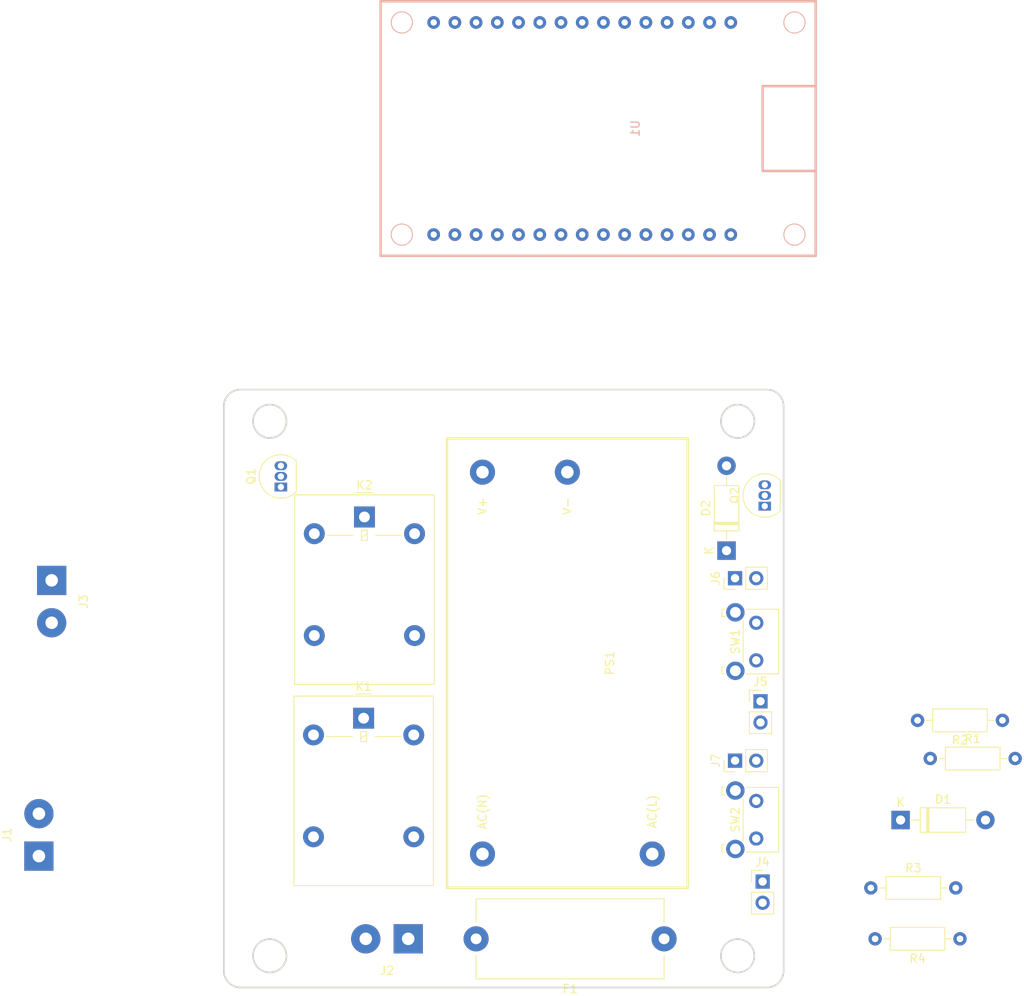
<source format=kicad_pcb>
(kicad_pcb (version 20171130) (host pcbnew 5.1.3-ffb9f22~84~ubuntu18.04.1)

  (general
    (thickness 1.6)
    (drawings 324)
    (tracks 0)
    (zones 0)
    (modules 22)
    (nets 43)
  )

  (page A4)
  (layers
    (0 F.Cu signal)
    (31 B.Cu signal)
    (32 B.Adhes user)
    (33 F.Adhes user)
    (34 B.Paste user)
    (35 F.Paste user)
    (36 B.SilkS user)
    (37 F.SilkS user)
    (38 B.Mask user)
    (39 F.Mask user)
    (40 Dwgs.User user)
    (41 Cmts.User user)
    (42 Eco1.User user)
    (43 Eco2.User user)
    (44 Edge.Cuts user)
    (45 Margin user)
    (46 B.CrtYd user)
    (47 F.CrtYd user)
    (48 B.Fab user)
    (49 F.Fab user)
  )

  (setup
    (last_trace_width 5)
    (user_trace_width 5)
    (trace_clearance 0.2)
    (zone_clearance 1)
    (zone_45_only no)
    (trace_min 0.2)
    (via_size 0.8)
    (via_drill 0.4)
    (via_min_size 0.4)
    (via_min_drill 0.3)
    (uvia_size 0.3)
    (uvia_drill 0.1)
    (uvias_allowed no)
    (uvia_min_size 0.2)
    (uvia_min_drill 0.1)
    (edge_width 0.05)
    (segment_width 0.2)
    (pcb_text_width 0.3)
    (pcb_text_size 1.5 1.5)
    (mod_edge_width 0.12)
    (mod_text_size 1 1)
    (mod_text_width 0.15)
    (pad_size 1.524 1.524)
    (pad_drill 0.762)
    (pad_to_mask_clearance 0.051)
    (solder_mask_min_width 0.25)
    (aux_axis_origin 0 0)
    (visible_elements FFFFFF7F)
    (pcbplotparams
      (layerselection 0x010fc_ffffffff)
      (usegerberextensions false)
      (usegerberattributes false)
      (usegerberadvancedattributes false)
      (creategerberjobfile false)
      (excludeedgelayer true)
      (linewidth 0.100000)
      (plotframeref false)
      (viasonmask false)
      (mode 1)
      (useauxorigin false)
      (hpglpennumber 1)
      (hpglpenspeed 20)
      (hpglpendiameter 15.000000)
      (psnegative false)
      (psa4output false)
      (plotreference true)
      (plotvalue true)
      (plotinvisibletext false)
      (padsonsilk false)
      (subtractmaskfromsilk false)
      (outputformat 1)
      (mirror false)
      (drillshape 1)
      (scaleselection 1)
      (outputdirectory ""))
  )

  (net 0 "")
  (net 1 "Net-(D1-Pad2)")
  (net 2 +9V)
  (net 3 "Net-(D2-Pad2)")
  (net 4 Line)
  (net 5 "Net-(F1-Pad2)")
  (net 6 "Net-(J1-Pad1)")
  (net 7 Neutral)
  (net 8 "Net-(J3-Pad1)")
  (net 9 GND)
  (net 10 Input1)
  (net 11 Input2)
  (net 12 "Net-(J6-Pad1)")
  (net 13 "Net-(J7-Pad1)")
  (net 14 "Net-(K1-Pad4)")
  (net 15 "Net-(K2-Pad4)")
  (net 16 "Net-(Q1-Pad2)")
  (net 17 "Net-(Q2-Pad2)")
  (net 18 Relay2)
  (net 19 Relay1)
  (net 20 Ind1)
  (net 21 Ind2)
  (net 22 "Net-(U1-Pad1)")
  (net 23 "Net-(U1-Pad3)")
  (net 24 "Net-(U1-Pad4)")
  (net 25 "Net-(U1-Pad5)")
  (net 26 "Net-(U1-Pad10)")
  (net 27 "Net-(U1-Pad11)")
  (net 28 "Net-(U1-Pad12)")
  (net 29 "Net-(U1-Pad13)")
  (net 30 "Net-(U1-Pad14)")
  (net 31 "Net-(U1-Pad15)")
  (net 32 "Net-(U1-Pad16)")
  (net 33 "Net-(U1-Pad17)")
  (net 34 "Net-(U1-Pad18)")
  (net 35 "Net-(U1-Pad19)")
  (net 36 "Net-(U1-Pad20)")
  (net 37 "Net-(U1-Pad21)")
  (net 38 "Net-(U1-Pad22)")
  (net 39 "Net-(U1-Pad23)")
  (net 40 "Net-(U1-Pad24)")
  (net 41 "Net-(U1-Pad25)")
  (net 42 "Net-(U1-Pad26)")

  (net_class Default "This is the default net class."
    (clearance 0.2)
    (trace_width 0.25)
    (via_dia 0.8)
    (via_drill 0.4)
    (uvia_dia 0.3)
    (uvia_drill 0.1)
    (add_net +9V)
    (add_net GND)
    (add_net Ind1)
    (add_net Ind2)
    (add_net Input1)
    (add_net Input2)
    (add_net Line)
    (add_net "Net-(D1-Pad2)")
    (add_net "Net-(D2-Pad2)")
    (add_net "Net-(F1-Pad2)")
    (add_net "Net-(J1-Pad1)")
    (add_net "Net-(J3-Pad1)")
    (add_net "Net-(J6-Pad1)")
    (add_net "Net-(J7-Pad1)")
    (add_net "Net-(K1-Pad4)")
    (add_net "Net-(K2-Pad4)")
    (add_net "Net-(Q1-Pad2)")
    (add_net "Net-(Q2-Pad2)")
    (add_net "Net-(U1-Pad1)")
    (add_net "Net-(U1-Pad10)")
    (add_net "Net-(U1-Pad11)")
    (add_net "Net-(U1-Pad12)")
    (add_net "Net-(U1-Pad13)")
    (add_net "Net-(U1-Pad14)")
    (add_net "Net-(U1-Pad15)")
    (add_net "Net-(U1-Pad16)")
    (add_net "Net-(U1-Pad17)")
    (add_net "Net-(U1-Pad18)")
    (add_net "Net-(U1-Pad19)")
    (add_net "Net-(U1-Pad20)")
    (add_net "Net-(U1-Pad21)")
    (add_net "Net-(U1-Pad22)")
    (add_net "Net-(U1-Pad23)")
    (add_net "Net-(U1-Pad24)")
    (add_net "Net-(U1-Pad25)")
    (add_net "Net-(U1-Pad26)")
    (add_net "Net-(U1-Pad3)")
    (add_net "Net-(U1-Pad4)")
    (add_net "Net-(U1-Pad5)")
    (add_net Neutral)
    (add_net Relay1)
    (add_net Relay2)
  )

  (module Diode_THT:D_DO-41_SOD81_P10.16mm_Horizontal (layer F.Cu) (tedit 5AE50CD5) (tstamp 5D4BD98D)
    (at 197.358 121.92)
    (descr "Diode, DO-41_SOD81 series, Axial, Horizontal, pin pitch=10.16mm, , length*diameter=5.2*2.7mm^2, , http://www.diodes.com/_files/packages/DO-41%20(Plastic).pdf")
    (tags "Diode DO-41_SOD81 series Axial Horizontal pin pitch 10.16mm  length 5.2mm diameter 2.7mm")
    (path /5D43C336)
    (fp_text reference D1 (at 5.08 -2.47) (layer F.SilkS)
      (effects (font (size 1 1) (thickness 0.15)))
    )
    (fp_text value D (at 5.08 2.47) (layer F.Fab)
      (effects (font (size 1 1) (thickness 0.15)))
    )
    (fp_text user K (at 0 -2.1) (layer F.SilkS)
      (effects (font (size 1 1) (thickness 0.15)))
    )
    (fp_text user K (at 0 -2.1) (layer F.Fab)
      (effects (font (size 1 1) (thickness 0.15)))
    )
    (fp_text user %R (at 5.47 0) (layer F.Fab)
      (effects (font (size 1 1) (thickness 0.15)))
    )
    (fp_line (start 11.51 -1.6) (end -1.35 -1.6) (layer F.CrtYd) (width 0.05))
    (fp_line (start 11.51 1.6) (end 11.51 -1.6) (layer F.CrtYd) (width 0.05))
    (fp_line (start -1.35 1.6) (end 11.51 1.6) (layer F.CrtYd) (width 0.05))
    (fp_line (start -1.35 -1.6) (end -1.35 1.6) (layer F.CrtYd) (width 0.05))
    (fp_line (start 3.14 -1.47) (end 3.14 1.47) (layer F.SilkS) (width 0.12))
    (fp_line (start 3.38 -1.47) (end 3.38 1.47) (layer F.SilkS) (width 0.12))
    (fp_line (start 3.26 -1.47) (end 3.26 1.47) (layer F.SilkS) (width 0.12))
    (fp_line (start 8.82 0) (end 7.8 0) (layer F.SilkS) (width 0.12))
    (fp_line (start 1.34 0) (end 2.36 0) (layer F.SilkS) (width 0.12))
    (fp_line (start 7.8 -1.47) (end 2.36 -1.47) (layer F.SilkS) (width 0.12))
    (fp_line (start 7.8 1.47) (end 7.8 -1.47) (layer F.SilkS) (width 0.12))
    (fp_line (start 2.36 1.47) (end 7.8 1.47) (layer F.SilkS) (width 0.12))
    (fp_line (start 2.36 -1.47) (end 2.36 1.47) (layer F.SilkS) (width 0.12))
    (fp_line (start 3.16 -1.35) (end 3.16 1.35) (layer F.Fab) (width 0.1))
    (fp_line (start 3.36 -1.35) (end 3.36 1.35) (layer F.Fab) (width 0.1))
    (fp_line (start 3.26 -1.35) (end 3.26 1.35) (layer F.Fab) (width 0.1))
    (fp_line (start 10.16 0) (end 7.68 0) (layer F.Fab) (width 0.1))
    (fp_line (start 0 0) (end 2.48 0) (layer F.Fab) (width 0.1))
    (fp_line (start 7.68 -1.35) (end 2.48 -1.35) (layer F.Fab) (width 0.1))
    (fp_line (start 7.68 1.35) (end 7.68 -1.35) (layer F.Fab) (width 0.1))
    (fp_line (start 2.48 1.35) (end 7.68 1.35) (layer F.Fab) (width 0.1))
    (fp_line (start 2.48 -1.35) (end 2.48 1.35) (layer F.Fab) (width 0.1))
    (pad 2 thru_hole oval (at 10.16 0) (size 2.2 2.2) (drill 1.1) (layers *.Cu *.Mask)
      (net 1 "Net-(D1-Pad2)"))
    (pad 1 thru_hole rect (at 0 0) (size 2.2 2.2) (drill 1.1) (layers *.Cu *.Mask)
      (net 2 +9V))
    (model ${KISYS3DMOD}/Diode_THT.3dshapes/D_DO-41_SOD81_P10.16mm_Horizontal.wrl
      (at (xyz 0 0 0))
      (scale (xyz 1 1 1))
      (rotate (xyz 0 0 0))
    )
  )

  (module Diode_THT:D_DO-41_SOD81_P10.16mm_Horizontal (layer F.Cu) (tedit 5AE50CD5) (tstamp 5D50C9C4)
    (at 176.53 89.662 90)
    (descr "Diode, DO-41_SOD81 series, Axial, Horizontal, pin pitch=10.16mm, , length*diameter=5.2*2.7mm^2, , http://www.diodes.com/_files/packages/DO-41%20(Plastic).pdf")
    (tags "Diode DO-41_SOD81 series Axial Horizontal pin pitch 10.16mm  length 5.2mm diameter 2.7mm")
    (path /5D43BE70)
    (fp_text reference D2 (at 5.08 -2.47 90) (layer F.SilkS)
      (effects (font (size 1 1) (thickness 0.15)))
    )
    (fp_text value D (at 5.08 2.47 90) (layer F.Fab)
      (effects (font (size 1 1) (thickness 0.15)))
    )
    (fp_line (start 2.48 -1.35) (end 2.48 1.35) (layer F.Fab) (width 0.1))
    (fp_line (start 2.48 1.35) (end 7.68 1.35) (layer F.Fab) (width 0.1))
    (fp_line (start 7.68 1.35) (end 7.68 -1.35) (layer F.Fab) (width 0.1))
    (fp_line (start 7.68 -1.35) (end 2.48 -1.35) (layer F.Fab) (width 0.1))
    (fp_line (start 0 0) (end 2.48 0) (layer F.Fab) (width 0.1))
    (fp_line (start 10.16 0) (end 7.68 0) (layer F.Fab) (width 0.1))
    (fp_line (start 3.26 -1.35) (end 3.26 1.35) (layer F.Fab) (width 0.1))
    (fp_line (start 3.36 -1.35) (end 3.36 1.35) (layer F.Fab) (width 0.1))
    (fp_line (start 3.16 -1.35) (end 3.16 1.35) (layer F.Fab) (width 0.1))
    (fp_line (start 2.36 -1.47) (end 2.36 1.47) (layer F.SilkS) (width 0.12))
    (fp_line (start 2.36 1.47) (end 7.8 1.47) (layer F.SilkS) (width 0.12))
    (fp_line (start 7.8 1.47) (end 7.8 -1.47) (layer F.SilkS) (width 0.12))
    (fp_line (start 7.8 -1.47) (end 2.36 -1.47) (layer F.SilkS) (width 0.12))
    (fp_line (start 1.34 0) (end 2.36 0) (layer F.SilkS) (width 0.12))
    (fp_line (start 8.82 0) (end 7.8 0) (layer F.SilkS) (width 0.12))
    (fp_line (start 3.26 -1.47) (end 3.26 1.47) (layer F.SilkS) (width 0.12))
    (fp_line (start 3.38 -1.47) (end 3.38 1.47) (layer F.SilkS) (width 0.12))
    (fp_line (start 3.14 -1.47) (end 3.14 1.47) (layer F.SilkS) (width 0.12))
    (fp_line (start -1.35 -1.6) (end -1.35 1.6) (layer F.CrtYd) (width 0.05))
    (fp_line (start -1.35 1.6) (end 11.51 1.6) (layer F.CrtYd) (width 0.05))
    (fp_line (start 11.51 1.6) (end 11.51 -1.6) (layer F.CrtYd) (width 0.05))
    (fp_line (start 11.51 -1.6) (end -1.35 -1.6) (layer F.CrtYd) (width 0.05))
    (fp_text user %R (at 5.47 0 90) (layer F.Fab)
      (effects (font (size 1 1) (thickness 0.15)))
    )
    (fp_text user K (at 0 -2.1 90) (layer F.Fab)
      (effects (font (size 1 1) (thickness 0.15)))
    )
    (fp_text user K (at 0 -2.1 90) (layer F.SilkS)
      (effects (font (size 1 1) (thickness 0.15)))
    )
    (pad 1 thru_hole rect (at 0 0 90) (size 2.2 2.2) (drill 1.1) (layers *.Cu *.Mask)
      (net 2 +9V))
    (pad 2 thru_hole oval (at 10.16 0 90) (size 2.2 2.2) (drill 1.1) (layers *.Cu *.Mask)
      (net 3 "Net-(D2-Pad2)"))
    (model ${KISYS3DMOD}/Diode_THT.3dshapes/D_DO-41_SOD81_P10.16mm_Horizontal.wrl
      (at (xyz 0 0 0))
      (scale (xyz 1 1 1))
      (rotate (xyz 0 0 0))
    )
  )

  (module Fuse:Fuseholder_Cylinder-5x20mm_Schurter_0031_8201_Horizontal_Open (layer F.Cu) (tedit 5C39E22F) (tstamp 5D50CBF0)
    (at 169.058 136.144 180)
    (descr "Fuseholder horizontal open 5x20 Schurter 0031.8201, https://www.schurter.com/en/datasheet/typ_OGN.pdf")
    (tags "Fuseholder horizontal open 5x20 Schurter 0031.8201")
    (path /5D443135)
    (fp_text reference F1 (at 11.25 -6) (layer F.SilkS)
      (effects (font (size 1 1) (thickness 0.15)))
    )
    (fp_text value Fuse (at 11.25 6) (layer F.Fab)
      (effects (font (size 1 1) (thickness 0.15)))
    )
    (fp_text user %R (at 11.25 4) (layer F.Fab)
      (effects (font (size 1 1) (thickness 0.15)))
    )
    (fp_line (start 0.1 -4.7) (end 0.1 4.7) (layer F.Fab) (width 0.1))
    (fp_line (start 0.1 4.7) (end 22.4 4.7) (layer F.Fab) (width 0.1))
    (fp_line (start 22.4 4.7) (end 22.4 -4.7) (layer F.Fab) (width 0.1))
    (fp_line (start 22.4 -4.7) (end 0.1 -4.7) (layer F.Fab) (width 0.1))
    (fp_line (start -0.25 5.05) (end -0.25 1.95) (layer F.CrtYd) (width 0.05))
    (fp_line (start 22.5 4.8) (end 22.5 2) (layer F.SilkS) (width 0.12))
    (fp_line (start 22.5 -2) (end 22.5 -4.8) (layer F.SilkS) (width 0.12))
    (fp_line (start 0 -2) (end 0 -4.8) (layer F.SilkS) (width 0.12))
    (fp_line (start 0 -4.8) (end 22.5 -4.8) (layer F.SilkS) (width 0.12))
    (fp_line (start 22.75 5.05) (end -0.25 5.05) (layer F.CrtYd) (width 0.05))
    (fp_line (start -0.25 -5.05) (end 22.75 -5.05) (layer F.CrtYd) (width 0.05))
    (fp_line (start 0 4.8) (end 22.5 4.8) (layer F.SilkS) (width 0.12))
    (fp_line (start -0.25 -1.95) (end -0.25 -5.05) (layer F.CrtYd) (width 0.05))
    (fp_line (start 22.75 -1.95) (end 22.75 -5.05) (layer F.CrtYd) (width 0.05))
    (fp_line (start 22.75 1.95) (end 22.75 5.05) (layer F.CrtYd) (width 0.05))
    (fp_line (start 0 4.8) (end 0 2) (layer F.SilkS) (width 0.12))
    (fp_arc (start 22.5 0) (end 22.75 -1.95) (angle 165.3) (layer F.CrtYd) (width 0.05))
    (fp_arc (start 0 0) (end -0.25 1.95) (angle 165.3) (layer F.CrtYd) (width 0.05))
    (pad 1 thru_hole circle (at 0 0 180) (size 3 3) (drill 1.3) (layers *.Cu *.Mask)
      (net 4 Line))
    (pad 2 thru_hole circle (at 22.5 0 180) (size 3 3) (drill 1.3) (layers *.Cu *.Mask)
      (net 5 "Net-(F1-Pad2)"))
    (pad "" np_thru_hole circle (at 11.25 0 180) (size 2.7 2.7) (drill 2.7) (layers *.Cu *.Mask))
    (model ${KISYS3DMOD}/Fuse.3dshapes/Fuseholder_Cylinder-5x20mm_Schurter_0031_8201_Horizontal_Open.wrl
      (at (xyz 0 0 0))
      (scale (xyz 1 1 1))
      (rotate (xyz 0 0 0))
    )
  )

  (module Connector_Wire:SolderWirePad_1x02_P5.08mm_Drill1.5mm (layer F.Cu) (tedit 5AEE5F19) (tstamp 5D50CE1A)
    (at 94.234 126.238 90)
    (descr "Wire solder connection")
    (tags connector)
    (path /5D43822B)
    (attr virtual)
    (fp_text reference J1 (at 2.54 -3.81 90) (layer F.SilkS)
      (effects (font (size 1 1) (thickness 0.15)))
    )
    (fp_text value Conn_01x02 (at 2.54 3.81 90) (layer F.Fab)
      (effects (font (size 1 1) (thickness 0.15)))
    )
    (fp_text user %R (at 2.54 0 90) (layer F.Fab)
      (effects (font (size 1 1) (thickness 0.15)))
    )
    (fp_line (start -2.25 -2.25) (end 7.33 -2.25) (layer F.CrtYd) (width 0.05))
    (fp_line (start -2.25 -2.25) (end -2.25 2.25) (layer F.CrtYd) (width 0.05))
    (fp_line (start 7.33 2.25) (end 7.33 -2.25) (layer F.CrtYd) (width 0.05))
    (fp_line (start 7.33 2.25) (end -2.25 2.25) (layer F.CrtYd) (width 0.05))
    (pad 1 thru_hole rect (at 0 0 90) (size 3.50012 3.50012) (drill 1.50114) (layers *.Cu *.Mask)
      (net 6 "Net-(J1-Pad1)"))
    (pad 2 thru_hole circle (at 5.08 0 90) (size 3.50012 3.50012) (drill 1.50114) (layers *.Cu *.Mask)
      (net 7 Neutral))
  )

  (module Connector_Wire:SolderWirePad_1x02_P5.08mm_Drill1.5mm (layer F.Cu) (tedit 5AEE5F19) (tstamp 5D50D953)
    (at 138.43 136.144 180)
    (descr "Wire solder connection")
    (tags connector)
    (path /5D437819)
    (attr virtual)
    (fp_text reference J2 (at 2.54 -3.81) (layer F.SilkS)
      (effects (font (size 1 1) (thickness 0.15)))
    )
    (fp_text value Conn_01x02 (at 2.54 3.81) (layer F.Fab)
      (effects (font (size 1 1) (thickness 0.15)))
    )
    (fp_text user %R (at 2.54 0) (layer F.Fab)
      (effects (font (size 1 1) (thickness 0.15)))
    )
    (fp_line (start -2.25 -2.25) (end 7.33 -2.25) (layer F.CrtYd) (width 0.05))
    (fp_line (start -2.25 -2.25) (end -2.25 2.25) (layer F.CrtYd) (width 0.05))
    (fp_line (start 7.33 2.25) (end 7.33 -2.25) (layer F.CrtYd) (width 0.05))
    (fp_line (start 7.33 2.25) (end -2.25 2.25) (layer F.CrtYd) (width 0.05))
    (pad 1 thru_hole rect (at 0 0 180) (size 3.50012 3.50012) (drill 1.50114) (layers *.Cu *.Mask)
      (net 5 "Net-(F1-Pad2)"))
    (pad 2 thru_hole circle (at 5.08 0 180) (size 3.50012 3.50012) (drill 1.50114) (layers *.Cu *.Mask)
      (net 7 Neutral))
  )

  (module Connector_Wire:SolderWirePad_1x02_P5.08mm_Drill1.5mm (layer F.Cu) (tedit 5AEE5F19) (tstamp 5D50C8EF)
    (at 95.758 93.218 270)
    (descr "Wire solder connection")
    (tags connector)
    (path /5D437EC0)
    (attr virtual)
    (fp_text reference J3 (at 2.54 -3.81 90) (layer F.SilkS)
      (effects (font (size 1 1) (thickness 0.15)))
    )
    (fp_text value Conn_01x02 (at 2.54 3.81 90) (layer F.Fab)
      (effects (font (size 1 1) (thickness 0.15)))
    )
    (fp_line (start 7.33 2.25) (end -2.25 2.25) (layer F.CrtYd) (width 0.05))
    (fp_line (start 7.33 2.25) (end 7.33 -2.25) (layer F.CrtYd) (width 0.05))
    (fp_line (start -2.25 -2.25) (end -2.25 2.25) (layer F.CrtYd) (width 0.05))
    (fp_line (start -2.25 -2.25) (end 7.33 -2.25) (layer F.CrtYd) (width 0.05))
    (fp_text user %R (at 2.54 0 90) (layer F.Fab)
      (effects (font (size 1 1) (thickness 0.15)))
    )
    (pad 2 thru_hole circle (at 5.08 0 270) (size 3.50012 3.50012) (drill 1.50114) (layers *.Cu *.Mask)
      (net 7 Neutral))
    (pad 1 thru_hole rect (at 0 0 270) (size 3.50012 3.50012) (drill 1.50114) (layers *.Cu *.Mask)
      (net 8 "Net-(J3-Pad1)"))
  )

  (module Connector_PinHeader_2.54mm:PinHeader_1x02_P2.54mm_Vertical (layer F.Cu) (tedit 59FED5CC) (tstamp 5D4BD9FD)
    (at 180.848 129.286)
    (descr "Through hole straight pin header, 1x02, 2.54mm pitch, single row")
    (tags "Through hole pin header THT 1x02 2.54mm single row")
    (path /5D438DEE)
    (fp_text reference J4 (at 0 -2.33) (layer F.SilkS)
      (effects (font (size 1 1) (thickness 0.15)))
    )
    (fp_text value Conn_01x02 (at 0 4.87) (layer F.Fab)
      (effects (font (size 1 1) (thickness 0.15)))
    )
    (fp_text user %R (at 0 1.27 90) (layer F.Fab)
      (effects (font (size 1 1) (thickness 0.15)))
    )
    (fp_line (start 1.8 -1.8) (end -1.8 -1.8) (layer F.CrtYd) (width 0.05))
    (fp_line (start 1.8 4.35) (end 1.8 -1.8) (layer F.CrtYd) (width 0.05))
    (fp_line (start -1.8 4.35) (end 1.8 4.35) (layer F.CrtYd) (width 0.05))
    (fp_line (start -1.8 -1.8) (end -1.8 4.35) (layer F.CrtYd) (width 0.05))
    (fp_line (start -1.33 -1.33) (end 0 -1.33) (layer F.SilkS) (width 0.12))
    (fp_line (start -1.33 0) (end -1.33 -1.33) (layer F.SilkS) (width 0.12))
    (fp_line (start -1.33 1.27) (end 1.33 1.27) (layer F.SilkS) (width 0.12))
    (fp_line (start 1.33 1.27) (end 1.33 3.87) (layer F.SilkS) (width 0.12))
    (fp_line (start -1.33 1.27) (end -1.33 3.87) (layer F.SilkS) (width 0.12))
    (fp_line (start -1.33 3.87) (end 1.33 3.87) (layer F.SilkS) (width 0.12))
    (fp_line (start -1.27 -0.635) (end -0.635 -1.27) (layer F.Fab) (width 0.1))
    (fp_line (start -1.27 3.81) (end -1.27 -0.635) (layer F.Fab) (width 0.1))
    (fp_line (start 1.27 3.81) (end -1.27 3.81) (layer F.Fab) (width 0.1))
    (fp_line (start 1.27 -1.27) (end 1.27 3.81) (layer F.Fab) (width 0.1))
    (fp_line (start -0.635 -1.27) (end 1.27 -1.27) (layer F.Fab) (width 0.1))
    (pad 2 thru_hole oval (at 0 2.54) (size 1.7 1.7) (drill 1) (layers *.Cu *.Mask)
      (net 9 GND))
    (pad 1 thru_hole rect (at 0 0) (size 1.7 1.7) (drill 1) (layers *.Cu *.Mask)
      (net 10 Input1))
    (model ${KISYS3DMOD}/Connector_PinHeader_2.54mm.3dshapes/PinHeader_1x02_P2.54mm_Vertical.wrl
      (at (xyz 0 0 0))
      (scale (xyz 1 1 1))
      (rotate (xyz 0 0 0))
    )
  )

  (module Connector_PinHeader_2.54mm:PinHeader_1x02_P2.54mm_Vertical (layer F.Cu) (tedit 59FED5CC) (tstamp 5D4BDA13)
    (at 180.594 107.696)
    (descr "Through hole straight pin header, 1x02, 2.54mm pitch, single row")
    (tags "Through hole pin header THT 1x02 2.54mm single row")
    (path /5D439518)
    (fp_text reference J5 (at 0 -2.33) (layer F.SilkS)
      (effects (font (size 1 1) (thickness 0.15)))
    )
    (fp_text value Conn_01x02 (at 0 4.87) (layer F.Fab)
      (effects (font (size 1 1) (thickness 0.15)))
    )
    (fp_line (start -0.635 -1.27) (end 1.27 -1.27) (layer F.Fab) (width 0.1))
    (fp_line (start 1.27 -1.27) (end 1.27 3.81) (layer F.Fab) (width 0.1))
    (fp_line (start 1.27 3.81) (end -1.27 3.81) (layer F.Fab) (width 0.1))
    (fp_line (start -1.27 3.81) (end -1.27 -0.635) (layer F.Fab) (width 0.1))
    (fp_line (start -1.27 -0.635) (end -0.635 -1.27) (layer F.Fab) (width 0.1))
    (fp_line (start -1.33 3.87) (end 1.33 3.87) (layer F.SilkS) (width 0.12))
    (fp_line (start -1.33 1.27) (end -1.33 3.87) (layer F.SilkS) (width 0.12))
    (fp_line (start 1.33 1.27) (end 1.33 3.87) (layer F.SilkS) (width 0.12))
    (fp_line (start -1.33 1.27) (end 1.33 1.27) (layer F.SilkS) (width 0.12))
    (fp_line (start -1.33 0) (end -1.33 -1.33) (layer F.SilkS) (width 0.12))
    (fp_line (start -1.33 -1.33) (end 0 -1.33) (layer F.SilkS) (width 0.12))
    (fp_line (start -1.8 -1.8) (end -1.8 4.35) (layer F.CrtYd) (width 0.05))
    (fp_line (start -1.8 4.35) (end 1.8 4.35) (layer F.CrtYd) (width 0.05))
    (fp_line (start 1.8 4.35) (end 1.8 -1.8) (layer F.CrtYd) (width 0.05))
    (fp_line (start 1.8 -1.8) (end -1.8 -1.8) (layer F.CrtYd) (width 0.05))
    (fp_text user %R (at 0 1.27 90) (layer F.Fab)
      (effects (font (size 1 1) (thickness 0.15)))
    )
    (pad 1 thru_hole rect (at 0 0) (size 1.7 1.7) (drill 1) (layers *.Cu *.Mask)
      (net 11 Input2))
    (pad 2 thru_hole oval (at 0 2.54) (size 1.7 1.7) (drill 1) (layers *.Cu *.Mask)
      (net 9 GND))
    (model ${KISYS3DMOD}/Connector_PinHeader_2.54mm.3dshapes/PinHeader_1x02_P2.54mm_Vertical.wrl
      (at (xyz 0 0 0))
      (scale (xyz 1 1 1))
      (rotate (xyz 0 0 0))
    )
  )

  (module Connector_PinHeader_2.54mm:PinHeader_1x02_P2.54mm_Vertical (layer F.Cu) (tedit 59FED5CC) (tstamp 5D4BDA29)
    (at 177.546 92.964 90)
    (descr "Through hole straight pin header, 1x02, 2.54mm pitch, single row")
    (tags "Through hole pin header THT 1x02 2.54mm single row")
    (path /5D438551)
    (fp_text reference J6 (at 0 -2.33 90) (layer F.SilkS)
      (effects (font (size 1 1) (thickness 0.15)))
    )
    (fp_text value Conn_01x02 (at 0 4.87 90) (layer F.Fab)
      (effects (font (size 1 1) (thickness 0.15)))
    )
    (fp_text user %R (at 0 1.27) (layer F.Fab)
      (effects (font (size 1 1) (thickness 0.15)))
    )
    (fp_line (start 1.8 -1.8) (end -1.8 -1.8) (layer F.CrtYd) (width 0.05))
    (fp_line (start 1.8 4.35) (end 1.8 -1.8) (layer F.CrtYd) (width 0.05))
    (fp_line (start -1.8 4.35) (end 1.8 4.35) (layer F.CrtYd) (width 0.05))
    (fp_line (start -1.8 -1.8) (end -1.8 4.35) (layer F.CrtYd) (width 0.05))
    (fp_line (start -1.33 -1.33) (end 0 -1.33) (layer F.SilkS) (width 0.12))
    (fp_line (start -1.33 0) (end -1.33 -1.33) (layer F.SilkS) (width 0.12))
    (fp_line (start -1.33 1.27) (end 1.33 1.27) (layer F.SilkS) (width 0.12))
    (fp_line (start 1.33 1.27) (end 1.33 3.87) (layer F.SilkS) (width 0.12))
    (fp_line (start -1.33 1.27) (end -1.33 3.87) (layer F.SilkS) (width 0.12))
    (fp_line (start -1.33 3.87) (end 1.33 3.87) (layer F.SilkS) (width 0.12))
    (fp_line (start -1.27 -0.635) (end -0.635 -1.27) (layer F.Fab) (width 0.1))
    (fp_line (start -1.27 3.81) (end -1.27 -0.635) (layer F.Fab) (width 0.1))
    (fp_line (start 1.27 3.81) (end -1.27 3.81) (layer F.Fab) (width 0.1))
    (fp_line (start 1.27 -1.27) (end 1.27 3.81) (layer F.Fab) (width 0.1))
    (fp_line (start -0.635 -1.27) (end 1.27 -1.27) (layer F.Fab) (width 0.1))
    (pad 2 thru_hole oval (at 0 2.54 90) (size 1.7 1.7) (drill 1) (layers *.Cu *.Mask)
      (net 9 GND))
    (pad 1 thru_hole rect (at 0 0 90) (size 1.7 1.7) (drill 1) (layers *.Cu *.Mask)
      (net 12 "Net-(J6-Pad1)"))
    (model ${KISYS3DMOD}/Connector_PinHeader_2.54mm.3dshapes/PinHeader_1x02_P2.54mm_Vertical.wrl
      (at (xyz 0 0 0))
      (scale (xyz 1 1 1))
      (rotate (xyz 0 0 0))
    )
  )

  (module Connector_PinHeader_2.54mm:PinHeader_1x02_P2.54mm_Vertical (layer F.Cu) (tedit 59FED5CC) (tstamp 5D50D2DE)
    (at 177.546 114.808 90)
    (descr "Through hole straight pin header, 1x02, 2.54mm pitch, single row")
    (tags "Through hole pin header THT 1x02 2.54mm single row")
    (path /5D438A9E)
    (fp_text reference J7 (at 0 -2.33 90) (layer F.SilkS)
      (effects (font (size 1 1) (thickness 0.15)))
    )
    (fp_text value Conn_01x02 (at 0 4.87 90) (layer F.Fab)
      (effects (font (size 1 1) (thickness 0.15)))
    )
    (fp_line (start -0.635 -1.27) (end 1.27 -1.27) (layer F.Fab) (width 0.1))
    (fp_line (start 1.27 -1.27) (end 1.27 3.81) (layer F.Fab) (width 0.1))
    (fp_line (start 1.27 3.81) (end -1.27 3.81) (layer F.Fab) (width 0.1))
    (fp_line (start -1.27 3.81) (end -1.27 -0.635) (layer F.Fab) (width 0.1))
    (fp_line (start -1.27 -0.635) (end -0.635 -1.27) (layer F.Fab) (width 0.1))
    (fp_line (start -1.33 3.87) (end 1.33 3.87) (layer F.SilkS) (width 0.12))
    (fp_line (start -1.33 1.27) (end -1.33 3.87) (layer F.SilkS) (width 0.12))
    (fp_line (start 1.33 1.27) (end 1.33 3.87) (layer F.SilkS) (width 0.12))
    (fp_line (start -1.33 1.27) (end 1.33 1.27) (layer F.SilkS) (width 0.12))
    (fp_line (start -1.33 0) (end -1.33 -1.33) (layer F.SilkS) (width 0.12))
    (fp_line (start -1.33 -1.33) (end 0 -1.33) (layer F.SilkS) (width 0.12))
    (fp_line (start -1.8 -1.8) (end -1.8 4.35) (layer F.CrtYd) (width 0.05))
    (fp_line (start -1.8 4.35) (end 1.8 4.35) (layer F.CrtYd) (width 0.05))
    (fp_line (start 1.8 4.35) (end 1.8 -1.8) (layer F.CrtYd) (width 0.05))
    (fp_line (start 1.8 -1.8) (end -1.8 -1.8) (layer F.CrtYd) (width 0.05))
    (fp_text user %R (at 0 1.27) (layer F.Fab)
      (effects (font (size 1 1) (thickness 0.15)))
    )
    (pad 1 thru_hole rect (at 0 0 90) (size 1.7 1.7) (drill 1) (layers *.Cu *.Mask)
      (net 13 "Net-(J7-Pad1)"))
    (pad 2 thru_hole oval (at 0 2.54 90) (size 1.7 1.7) (drill 1) (layers *.Cu *.Mask)
      (net 9 GND))
    (model ${KISYS3DMOD}/Connector_PinHeader_2.54mm.3dshapes/PinHeader_1x02_P2.54mm_Vertical.wrl
      (at (xyz 0 0 0))
      (scale (xyz 1 1 1))
      (rotate (xyz 0 0 0))
    )
  )

  (module Relay_THT:Relay_SPDT_Omron-G5LE-1 (layer F.Cu) (tedit 5AE38B37) (tstamp 5D50CDC2)
    (at 133.096 109.728)
    (descr "Omron Relay SPDT, http://www.omron.com/ecb/products/pdf/en-g5le.pdf")
    (tags "Omron Relay SPDT")
    (path /5D43B6DB)
    (fp_text reference K1 (at 0 -3.8) (layer F.SilkS)
      (effects (font (size 1 1) (thickness 0.15)))
    )
    (fp_text value G5LE-1 (at 0 20.95) (layer F.Fab)
      (effects (font (size 1 1) (thickness 0.15)))
    )
    (fp_text user %R (at 0 8.7) (layer F.Fab)
      (effects (font (size 1 1) (thickness 0.15)))
    )
    (fp_line (start -8.5 20.2) (end 8.5 20.2) (layer F.CrtYd) (width 0.05))
    (fp_line (start -8.5 -2.8) (end -8.5 20.2) (layer F.CrtYd) (width 0.05))
    (fp_line (start 8.5 -2.8) (end -8.5 -2.8) (layer F.CrtYd) (width 0.05))
    (fp_line (start 8.5 20.2) (end 8.5 -2.8) (layer F.CrtYd) (width 0.05))
    (fp_line (start 1.35 2.2) (end 4.5 2.2) (layer F.SilkS) (width 0.12))
    (fp_line (start -4.5 2.2) (end -1.35 2.2) (layer F.SilkS) (width 0.12))
    (fp_line (start -1 -2.91) (end 1 -2.91) (layer F.SilkS) (width 0.12))
    (fp_line (start -0.35 2.8) (end 0.35 2.8) (layer F.SilkS) (width 0.12))
    (fp_line (start -0.35 1.6) (end -0.35 2.8) (layer F.SilkS) (width 0.12))
    (fp_line (start 0.35 1.6) (end -0.35 1.6) (layer F.SilkS) (width 0.12))
    (fp_line (start 0.35 2.8) (end 0.35 1.6) (layer F.SilkS) (width 0.12))
    (fp_line (start -0.35 2.4) (end 0.35 2) (layer F.SilkS) (width 0.12))
    (fp_line (start -8.35 20.05) (end 8.35 20.05) (layer F.SilkS) (width 0.12))
    (fp_line (start -8.35 -2.65) (end -8.35 20.05) (layer F.SilkS) (width 0.12))
    (fp_line (start 8.35 -2.65) (end -8.35 -2.65) (layer F.SilkS) (width 0.12))
    (fp_line (start 8.35 20.05) (end 8.35 -2.65) (layer F.SilkS) (width 0.12))
    (fp_line (start -4.5 2) (end 4.5 2) (layer F.Fab) (width 0.1))
    (fp_line (start -1 -2.55) (end 0 -1.55) (layer F.Fab) (width 0.1))
    (fp_line (start -8.25 -2.55) (end -1 -2.55) (layer F.Fab) (width 0.1))
    (fp_line (start -8.25 19.95) (end -8.25 -2.55) (layer F.Fab) (width 0.1))
    (fp_line (start 8.25 19.95) (end -8.25 19.95) (layer F.Fab) (width 0.1))
    (fp_line (start 8.25 -2.55) (end 8.25 19.95) (layer F.Fab) (width 0.1))
    (fp_line (start 1 -2.55) (end 8.25 -2.55) (layer F.Fab) (width 0.1))
    (fp_line (start 0 -1.55) (end 1 -2.55) (layer F.Fab) (width 0.1))
    (pad 5 thru_hole oval (at 6 2) (size 2.5 2.5) (drill 1.3) (layers *.Cu *.Mask)
      (net 2 +9V))
    (pad 4 thru_hole oval (at 6 14.2) (size 2.5 2.5) (drill 1.3) (layers *.Cu *.Mask)
      (net 14 "Net-(K1-Pad4)"))
    (pad 3 thru_hole oval (at -6 14.2) (size 2.5 2.5) (drill 1.3) (layers *.Cu *.Mask)
      (net 6 "Net-(J1-Pad1)"))
    (pad 2 thru_hole oval (at -6 2) (size 2.5 2.5) (drill 1.3) (layers *.Cu *.Mask)
      (net 1 "Net-(D1-Pad2)"))
    (pad 1 thru_hole rect (at 0 0) (size 2.5 2.5) (drill 1.3) (layers *.Cu *.Mask)
      (net 4 Line))
    (model ${KISYS3DMOD}/Relay_THT.3dshapes/Relay_SPDT_Omron-G5LE-1.wrl
      (at (xyz 0 0 0))
      (scale (xyz 1 1 1))
      (rotate (xyz 0 0 0))
    )
  )

  (module Relay_THT:Relay_SPDT_Omron-G5LE-1 (layer F.Cu) (tedit 5AE38B37) (tstamp 5D4BDA83)
    (at 133.192 85.63)
    (descr "Omron Relay SPDT, http://www.omron.com/ecb/products/pdf/en-g5le.pdf")
    (tags "Omron Relay SPDT")
    (path /5D43AAAB)
    (fp_text reference K2 (at 0 -3.8) (layer F.SilkS)
      (effects (font (size 1 1) (thickness 0.15)))
    )
    (fp_text value G5LE-1 (at 0 20.95) (layer F.Fab)
      (effects (font (size 1 1) (thickness 0.15)))
    )
    (fp_line (start 0 -1.55) (end 1 -2.55) (layer F.Fab) (width 0.1))
    (fp_line (start 1 -2.55) (end 8.25 -2.55) (layer F.Fab) (width 0.1))
    (fp_line (start 8.25 -2.55) (end 8.25 19.95) (layer F.Fab) (width 0.1))
    (fp_line (start 8.25 19.95) (end -8.25 19.95) (layer F.Fab) (width 0.1))
    (fp_line (start -8.25 19.95) (end -8.25 -2.55) (layer F.Fab) (width 0.1))
    (fp_line (start -8.25 -2.55) (end -1 -2.55) (layer F.Fab) (width 0.1))
    (fp_line (start -1 -2.55) (end 0 -1.55) (layer F.Fab) (width 0.1))
    (fp_line (start -4.5 2) (end 4.5 2) (layer F.Fab) (width 0.1))
    (fp_line (start 8.35 20.05) (end 8.35 -2.65) (layer F.SilkS) (width 0.12))
    (fp_line (start 8.35 -2.65) (end -8.35 -2.65) (layer F.SilkS) (width 0.12))
    (fp_line (start -8.35 -2.65) (end -8.35 20.05) (layer F.SilkS) (width 0.12))
    (fp_line (start -8.35 20.05) (end 8.35 20.05) (layer F.SilkS) (width 0.12))
    (fp_line (start -0.35 2.4) (end 0.35 2) (layer F.SilkS) (width 0.12))
    (fp_line (start 0.35 2.8) (end 0.35 1.6) (layer F.SilkS) (width 0.12))
    (fp_line (start 0.35 1.6) (end -0.35 1.6) (layer F.SilkS) (width 0.12))
    (fp_line (start -0.35 1.6) (end -0.35 2.8) (layer F.SilkS) (width 0.12))
    (fp_line (start -0.35 2.8) (end 0.35 2.8) (layer F.SilkS) (width 0.12))
    (fp_line (start -1 -2.91) (end 1 -2.91) (layer F.SilkS) (width 0.12))
    (fp_line (start -4.5 2.2) (end -1.35 2.2) (layer F.SilkS) (width 0.12))
    (fp_line (start 1.35 2.2) (end 4.5 2.2) (layer F.SilkS) (width 0.12))
    (fp_line (start 8.5 20.2) (end 8.5 -2.8) (layer F.CrtYd) (width 0.05))
    (fp_line (start 8.5 -2.8) (end -8.5 -2.8) (layer F.CrtYd) (width 0.05))
    (fp_line (start -8.5 -2.8) (end -8.5 20.2) (layer F.CrtYd) (width 0.05))
    (fp_line (start -8.5 20.2) (end 8.5 20.2) (layer F.CrtYd) (width 0.05))
    (fp_text user %R (at 0 8.7) (layer F.Fab)
      (effects (font (size 1 1) (thickness 0.15)))
    )
    (pad 1 thru_hole rect (at 0 0) (size 2.5 2.5) (drill 1.3) (layers *.Cu *.Mask)
      (net 4 Line))
    (pad 2 thru_hole oval (at -6 2) (size 2.5 2.5) (drill 1.3) (layers *.Cu *.Mask)
      (net 3 "Net-(D2-Pad2)"))
    (pad 3 thru_hole oval (at -6 14.2) (size 2.5 2.5) (drill 1.3) (layers *.Cu *.Mask)
      (net 8 "Net-(J3-Pad1)"))
    (pad 4 thru_hole oval (at 6 14.2) (size 2.5 2.5) (drill 1.3) (layers *.Cu *.Mask)
      (net 15 "Net-(K2-Pad4)"))
    (pad 5 thru_hole oval (at 6 2) (size 2.5 2.5) (drill 1.3) (layers *.Cu *.Mask)
      (net 2 +9V))
    (model ${KISYS3DMOD}/Relay_THT.3dshapes/Relay_SPDT_Omron-G5LE-1.wrl
      (at (xyz 0 0 0))
      (scale (xyz 1 1 1))
      (rotate (xyz 0 0 0))
    )
  )

  (module PowerSwitchClientBoard:PSK-S10C (layer F.Cu) (tedit 5D43A1F4) (tstamp 5D50C830)
    (at 157.48 103.124 90)
    (path /5D443724)
    (fp_text reference PS1 (at 0 5.08 90) (layer F.SilkS)
      (effects (font (size 1 1) (thickness 0.15)))
    )
    (fp_text value PSK-S10C (at 0 -3.556 90) (layer F.Fab)
      (effects (font (size 1 1) (thickness 0.15)))
    )
    (fp_line (start -26.9 -14.4) (end 26.9 -14.4) (layer F.SilkS) (width 0.3))
    (fp_line (start 26.9 -14.4) (end 26.9 14.4) (layer F.SilkS) (width 0.3))
    (fp_line (start 26.9 14.4) (end -26.9 14.4) (layer F.SilkS) (width 0.3))
    (fp_line (start -26.9 14.4) (end -26.9 -14.4) (layer F.SilkS) (width 0.3))
    (fp_text user "AC(N)" (at -17.78 -10.16 90) (layer F.SilkS)
      (effects (font (size 1 1) (thickness 0.15)))
    )
    (fp_text user "AC(L)" (at -17.78 10.16 90) (layer F.SilkS)
      (effects (font (size 1 1) (thickness 0.15)))
    )
    (fp_text user V- (at 18.796 0 90) (layer F.SilkS)
      (effects (font (size 1 1) (thickness 0.15)))
    )
    (fp_text user V+ (at 18.796 -10.16 90) (layer F.SilkS)
      (effects (font (size 1 1) (thickness 0.15)))
    )
    (pad 1 thru_hole circle (at -22.86 -10.16 90) (size 3 3) (drill 1.5) (layers *.Cu *.Mask)
      (net 7 Neutral))
    (pad 2 thru_hole circle (at -22.86 10.16 90) (size 3 3) (drill 1.5) (layers *.Cu *.Mask)
      (net 4 Line))
    (pad 3 thru_hole circle (at 22.86 0 90) (size 3 3) (drill 1.5) (layers *.Cu *.Mask)
      (net 9 GND))
    (pad 4 thru_hole circle (at 22.86 -10.16 90) (size 3 3) (drill 1.5) (layers *.Cu *.Mask)
      (net 2 +9V))
  )

  (module Package_TO_SOT_THT:TO-92_Inline (layer F.Cu) (tedit 5A1DD157) (tstamp 5D50CFA6)
    (at 123.19 82.042 90)
    (descr "TO-92 leads in-line, narrow, oval pads, drill 0.75mm (see NXP sot054_po.pdf)")
    (tags "to-92 sc-43 sc-43a sot54 PA33 transistor")
    (path /5D43CA00)
    (fp_text reference Q1 (at 1.27 -3.56 90) (layer F.SilkS)
      (effects (font (size 1 1) (thickness 0.15)))
    )
    (fp_text value Q_NPN_EBC (at 1.27 2.79 90) (layer F.Fab)
      (effects (font (size 1 1) (thickness 0.15)))
    )
    (fp_arc (start 1.27 0) (end 1.27 -2.6) (angle 135) (layer F.SilkS) (width 0.12))
    (fp_arc (start 1.27 0) (end 1.27 -2.48) (angle -135) (layer F.Fab) (width 0.1))
    (fp_arc (start 1.27 0) (end 1.27 -2.6) (angle -135) (layer F.SilkS) (width 0.12))
    (fp_arc (start 1.27 0) (end 1.27 -2.48) (angle 135) (layer F.Fab) (width 0.1))
    (fp_line (start 4 2.01) (end -1.46 2.01) (layer F.CrtYd) (width 0.05))
    (fp_line (start 4 2.01) (end 4 -2.73) (layer F.CrtYd) (width 0.05))
    (fp_line (start -1.46 -2.73) (end -1.46 2.01) (layer F.CrtYd) (width 0.05))
    (fp_line (start -1.46 -2.73) (end 4 -2.73) (layer F.CrtYd) (width 0.05))
    (fp_line (start -0.5 1.75) (end 3 1.75) (layer F.Fab) (width 0.1))
    (fp_line (start -0.53 1.85) (end 3.07 1.85) (layer F.SilkS) (width 0.12))
    (fp_text user %R (at 1.27 -3.56 90) (layer F.Fab)
      (effects (font (size 1 1) (thickness 0.15)))
    )
    (pad 1 thru_hole rect (at 0 0 90) (size 1.05 1.5) (drill 0.75) (layers *.Cu *.Mask)
      (net 9 GND))
    (pad 3 thru_hole oval (at 2.54 0 90) (size 1.05 1.5) (drill 0.75) (layers *.Cu *.Mask)
      (net 1 "Net-(D1-Pad2)"))
    (pad 2 thru_hole oval (at 1.27 0 90) (size 1.05 1.5) (drill 0.75) (layers *.Cu *.Mask)
      (net 16 "Net-(Q1-Pad2)"))
    (model ${KISYS3DMOD}/Package_TO_SOT_THT.3dshapes/TO-92_Inline.wrl
      (at (xyz 0 0 0))
      (scale (xyz 1 1 1))
      (rotate (xyz 0 0 0))
    )
  )

  (module Package_TO_SOT_THT:TO-92_Inline (layer F.Cu) (tedit 5A1DD157) (tstamp 5D4BDAB7)
    (at 181.102 84.328 90)
    (descr "TO-92 leads in-line, narrow, oval pads, drill 0.75mm (see NXP sot054_po.pdf)")
    (tags "to-92 sc-43 sc-43a sot54 PA33 transistor")
    (path /5D43D1A1)
    (fp_text reference Q2 (at 1.27 -3.56 90) (layer F.SilkS)
      (effects (font (size 1 1) (thickness 0.15)))
    )
    (fp_text value Q_NPN_EBC (at 1.27 2.79 90) (layer F.Fab)
      (effects (font (size 1 1) (thickness 0.15)))
    )
    (fp_text user %R (at 1.27 -3.56 90) (layer F.Fab)
      (effects (font (size 1 1) (thickness 0.15)))
    )
    (fp_line (start -0.53 1.85) (end 3.07 1.85) (layer F.SilkS) (width 0.12))
    (fp_line (start -0.5 1.75) (end 3 1.75) (layer F.Fab) (width 0.1))
    (fp_line (start -1.46 -2.73) (end 4 -2.73) (layer F.CrtYd) (width 0.05))
    (fp_line (start -1.46 -2.73) (end -1.46 2.01) (layer F.CrtYd) (width 0.05))
    (fp_line (start 4 2.01) (end 4 -2.73) (layer F.CrtYd) (width 0.05))
    (fp_line (start 4 2.01) (end -1.46 2.01) (layer F.CrtYd) (width 0.05))
    (fp_arc (start 1.27 0) (end 1.27 -2.48) (angle 135) (layer F.Fab) (width 0.1))
    (fp_arc (start 1.27 0) (end 1.27 -2.6) (angle -135) (layer F.SilkS) (width 0.12))
    (fp_arc (start 1.27 0) (end 1.27 -2.48) (angle -135) (layer F.Fab) (width 0.1))
    (fp_arc (start 1.27 0) (end 1.27 -2.6) (angle 135) (layer F.SilkS) (width 0.12))
    (pad 2 thru_hole oval (at 1.27 0 90) (size 1.05 1.5) (drill 0.75) (layers *.Cu *.Mask)
      (net 17 "Net-(Q2-Pad2)"))
    (pad 3 thru_hole oval (at 2.54 0 90) (size 1.05 1.5) (drill 0.75) (layers *.Cu *.Mask)
      (net 3 "Net-(D2-Pad2)"))
    (pad 1 thru_hole rect (at 0 0 90) (size 1.05 1.5) (drill 0.75) (layers *.Cu *.Mask)
      (net 9 GND))
    (model ${KISYS3DMOD}/Package_TO_SOT_THT.3dshapes/TO-92_Inline.wrl
      (at (xyz 0 0 0))
      (scale (xyz 1 1 1))
      (rotate (xyz 0 0 0))
    )
  )

  (module Resistor_THT:R_Axial_DIN0207_L6.3mm_D2.5mm_P10.16mm_Horizontal (layer F.Cu) (tedit 5AE5139B) (tstamp 5D4BDACE)
    (at 200.914 114.554)
    (descr "Resistor, Axial_DIN0207 series, Axial, Horizontal, pin pitch=10.16mm, 0.25W = 1/4W, length*diameter=6.3*2.5mm^2, http://cdn-reichelt.de/documents/datenblatt/B400/1_4W%23YAG.pdf")
    (tags "Resistor Axial_DIN0207 series Axial Horizontal pin pitch 10.16mm 0.25W = 1/4W length 6.3mm diameter 2.5mm")
    (path /5D43A69E)
    (fp_text reference R1 (at 5.08 -2.37) (layer F.SilkS)
      (effects (font (size 1 1) (thickness 0.15)))
    )
    (fp_text value 1K (at 5.08 2.37) (layer F.Fab)
      (effects (font (size 1 1) (thickness 0.15)))
    )
    (fp_text user %R (at 5.08 0) (layer F.Fab)
      (effects (font (size 1 1) (thickness 0.15)))
    )
    (fp_line (start 11.21 -1.5) (end -1.05 -1.5) (layer F.CrtYd) (width 0.05))
    (fp_line (start 11.21 1.5) (end 11.21 -1.5) (layer F.CrtYd) (width 0.05))
    (fp_line (start -1.05 1.5) (end 11.21 1.5) (layer F.CrtYd) (width 0.05))
    (fp_line (start -1.05 -1.5) (end -1.05 1.5) (layer F.CrtYd) (width 0.05))
    (fp_line (start 9.12 0) (end 8.35 0) (layer F.SilkS) (width 0.12))
    (fp_line (start 1.04 0) (end 1.81 0) (layer F.SilkS) (width 0.12))
    (fp_line (start 8.35 -1.37) (end 1.81 -1.37) (layer F.SilkS) (width 0.12))
    (fp_line (start 8.35 1.37) (end 8.35 -1.37) (layer F.SilkS) (width 0.12))
    (fp_line (start 1.81 1.37) (end 8.35 1.37) (layer F.SilkS) (width 0.12))
    (fp_line (start 1.81 -1.37) (end 1.81 1.37) (layer F.SilkS) (width 0.12))
    (fp_line (start 10.16 0) (end 8.23 0) (layer F.Fab) (width 0.1))
    (fp_line (start 0 0) (end 1.93 0) (layer F.Fab) (width 0.1))
    (fp_line (start 8.23 -1.25) (end 1.93 -1.25) (layer F.Fab) (width 0.1))
    (fp_line (start 8.23 1.25) (end 8.23 -1.25) (layer F.Fab) (width 0.1))
    (fp_line (start 1.93 1.25) (end 8.23 1.25) (layer F.Fab) (width 0.1))
    (fp_line (start 1.93 -1.25) (end 1.93 1.25) (layer F.Fab) (width 0.1))
    (pad 2 thru_hole oval (at 10.16 0) (size 1.6 1.6) (drill 0.8) (layers *.Cu *.Mask)
      (net 18 Relay2))
    (pad 1 thru_hole circle (at 0 0) (size 1.6 1.6) (drill 0.8) (layers *.Cu *.Mask)
      (net 16 "Net-(Q1-Pad2)"))
    (model ${KISYS3DMOD}/Resistor_THT.3dshapes/R_Axial_DIN0207_L6.3mm_D2.5mm_P10.16mm_Horizontal.wrl
      (at (xyz 0 0 0))
      (scale (xyz 1 1 1))
      (rotate (xyz 0 0 0))
    )
  )

  (module Resistor_THT:R_Axial_DIN0207_L6.3mm_D2.5mm_P10.16mm_Horizontal (layer F.Cu) (tedit 5AE5139B) (tstamp 5D4BDAE5)
    (at 209.55 109.982 180)
    (descr "Resistor, Axial_DIN0207 series, Axial, Horizontal, pin pitch=10.16mm, 0.25W = 1/4W, length*diameter=6.3*2.5mm^2, http://cdn-reichelt.de/documents/datenblatt/B400/1_4W%23YAG.pdf")
    (tags "Resistor Axial_DIN0207 series Axial Horizontal pin pitch 10.16mm 0.25W = 1/4W length 6.3mm diameter 2.5mm")
    (path /5D439B32)
    (fp_text reference R2 (at 5.08 -2.37) (layer F.SilkS)
      (effects (font (size 1 1) (thickness 0.15)))
    )
    (fp_text value 1K (at 5.08 2.37) (layer F.Fab)
      (effects (font (size 1 1) (thickness 0.15)))
    )
    (fp_line (start 1.93 -1.25) (end 1.93 1.25) (layer F.Fab) (width 0.1))
    (fp_line (start 1.93 1.25) (end 8.23 1.25) (layer F.Fab) (width 0.1))
    (fp_line (start 8.23 1.25) (end 8.23 -1.25) (layer F.Fab) (width 0.1))
    (fp_line (start 8.23 -1.25) (end 1.93 -1.25) (layer F.Fab) (width 0.1))
    (fp_line (start 0 0) (end 1.93 0) (layer F.Fab) (width 0.1))
    (fp_line (start 10.16 0) (end 8.23 0) (layer F.Fab) (width 0.1))
    (fp_line (start 1.81 -1.37) (end 1.81 1.37) (layer F.SilkS) (width 0.12))
    (fp_line (start 1.81 1.37) (end 8.35 1.37) (layer F.SilkS) (width 0.12))
    (fp_line (start 8.35 1.37) (end 8.35 -1.37) (layer F.SilkS) (width 0.12))
    (fp_line (start 8.35 -1.37) (end 1.81 -1.37) (layer F.SilkS) (width 0.12))
    (fp_line (start 1.04 0) (end 1.81 0) (layer F.SilkS) (width 0.12))
    (fp_line (start 9.12 0) (end 8.35 0) (layer F.SilkS) (width 0.12))
    (fp_line (start -1.05 -1.5) (end -1.05 1.5) (layer F.CrtYd) (width 0.05))
    (fp_line (start -1.05 1.5) (end 11.21 1.5) (layer F.CrtYd) (width 0.05))
    (fp_line (start 11.21 1.5) (end 11.21 -1.5) (layer F.CrtYd) (width 0.05))
    (fp_line (start 11.21 -1.5) (end -1.05 -1.5) (layer F.CrtYd) (width 0.05))
    (fp_text user %R (at 5.08 0) (layer F.Fab)
      (effects (font (size 1 1) (thickness 0.15)))
    )
    (pad 1 thru_hole circle (at 0 0 180) (size 1.6 1.6) (drill 0.8) (layers *.Cu *.Mask)
      (net 17 "Net-(Q2-Pad2)"))
    (pad 2 thru_hole oval (at 10.16 0 180) (size 1.6 1.6) (drill 0.8) (layers *.Cu *.Mask)
      (net 19 Relay1))
    (model ${KISYS3DMOD}/Resistor_THT.3dshapes/R_Axial_DIN0207_L6.3mm_D2.5mm_P10.16mm_Horizontal.wrl
      (at (xyz 0 0 0))
      (scale (xyz 1 1 1))
      (rotate (xyz 0 0 0))
    )
  )

  (module Resistor_THT:R_Axial_DIN0207_L6.3mm_D2.5mm_P10.16mm_Horizontal (layer F.Cu) (tedit 5AE5139B) (tstamp 5D50DA4C)
    (at 193.802 130.048)
    (descr "Resistor, Axial_DIN0207 series, Axial, Horizontal, pin pitch=10.16mm, 0.25W = 1/4W, length*diameter=6.3*2.5mm^2, http://cdn-reichelt.de/documents/datenblatt/B400/1_4W%23YAG.pdf")
    (tags "Resistor Axial_DIN0207 series Axial Horizontal pin pitch 10.16mm 0.25W = 1/4W length 6.3mm diameter 2.5mm")
    (path /5D505521)
    (fp_text reference R3 (at 5.08 -2.37) (layer F.SilkS)
      (effects (font (size 1 1) (thickness 0.15)))
    )
    (fp_text value 75 (at 5.08 2.37) (layer F.Fab)
      (effects (font (size 1 1) (thickness 0.15)))
    )
    (fp_line (start 1.93 -1.25) (end 1.93 1.25) (layer F.Fab) (width 0.1))
    (fp_line (start 1.93 1.25) (end 8.23 1.25) (layer F.Fab) (width 0.1))
    (fp_line (start 8.23 1.25) (end 8.23 -1.25) (layer F.Fab) (width 0.1))
    (fp_line (start 8.23 -1.25) (end 1.93 -1.25) (layer F.Fab) (width 0.1))
    (fp_line (start 0 0) (end 1.93 0) (layer F.Fab) (width 0.1))
    (fp_line (start 10.16 0) (end 8.23 0) (layer F.Fab) (width 0.1))
    (fp_line (start 1.81 -1.37) (end 1.81 1.37) (layer F.SilkS) (width 0.12))
    (fp_line (start 1.81 1.37) (end 8.35 1.37) (layer F.SilkS) (width 0.12))
    (fp_line (start 8.35 1.37) (end 8.35 -1.37) (layer F.SilkS) (width 0.12))
    (fp_line (start 8.35 -1.37) (end 1.81 -1.37) (layer F.SilkS) (width 0.12))
    (fp_line (start 1.04 0) (end 1.81 0) (layer F.SilkS) (width 0.12))
    (fp_line (start 9.12 0) (end 8.35 0) (layer F.SilkS) (width 0.12))
    (fp_line (start -1.05 -1.5) (end -1.05 1.5) (layer F.CrtYd) (width 0.05))
    (fp_line (start -1.05 1.5) (end 11.21 1.5) (layer F.CrtYd) (width 0.05))
    (fp_line (start 11.21 1.5) (end 11.21 -1.5) (layer F.CrtYd) (width 0.05))
    (fp_line (start 11.21 -1.5) (end -1.05 -1.5) (layer F.CrtYd) (width 0.05))
    (fp_text user %R (at 5.08 0) (layer F.Fab)
      (effects (font (size 1 1) (thickness 0.15)))
    )
    (pad 1 thru_hole circle (at 0 0) (size 1.6 1.6) (drill 0.8) (layers *.Cu *.Mask)
      (net 12 "Net-(J6-Pad1)"))
    (pad 2 thru_hole oval (at 10.16 0) (size 1.6 1.6) (drill 0.8) (layers *.Cu *.Mask)
      (net 20 Ind1))
    (model ${KISYS3DMOD}/Resistor_THT.3dshapes/R_Axial_DIN0207_L6.3mm_D2.5mm_P10.16mm_Horizontal.wrl
      (at (xyz 0 0 0))
      (scale (xyz 1 1 1))
      (rotate (xyz 0 0 0))
    )
  )

  (module Resistor_THT:R_Axial_DIN0207_L6.3mm_D2.5mm_P10.16mm_Horizontal (layer F.Cu) (tedit 5AE5139B) (tstamp 5D4BDB13)
    (at 204.47 136.144 180)
    (descr "Resistor, Axial_DIN0207 series, Axial, Horizontal, pin pitch=10.16mm, 0.25W = 1/4W, length*diameter=6.3*2.5mm^2, http://cdn-reichelt.de/documents/datenblatt/B400/1_4W%23YAG.pdf")
    (tags "Resistor Axial_DIN0207 series Axial Horizontal pin pitch 10.16mm 0.25W = 1/4W length 6.3mm diameter 2.5mm")
    (path /5D504014)
    (fp_text reference R4 (at 5.08 -2.37) (layer F.SilkS)
      (effects (font (size 1 1) (thickness 0.15)))
    )
    (fp_text value 75 (at 5.08 2.37) (layer F.Fab)
      (effects (font (size 1 1) (thickness 0.15)))
    )
    (fp_text user %R (at 5.08 0) (layer F.Fab)
      (effects (font (size 1 1) (thickness 0.15)))
    )
    (fp_line (start 11.21 -1.5) (end -1.05 -1.5) (layer F.CrtYd) (width 0.05))
    (fp_line (start 11.21 1.5) (end 11.21 -1.5) (layer F.CrtYd) (width 0.05))
    (fp_line (start -1.05 1.5) (end 11.21 1.5) (layer F.CrtYd) (width 0.05))
    (fp_line (start -1.05 -1.5) (end -1.05 1.5) (layer F.CrtYd) (width 0.05))
    (fp_line (start 9.12 0) (end 8.35 0) (layer F.SilkS) (width 0.12))
    (fp_line (start 1.04 0) (end 1.81 0) (layer F.SilkS) (width 0.12))
    (fp_line (start 8.35 -1.37) (end 1.81 -1.37) (layer F.SilkS) (width 0.12))
    (fp_line (start 8.35 1.37) (end 8.35 -1.37) (layer F.SilkS) (width 0.12))
    (fp_line (start 1.81 1.37) (end 8.35 1.37) (layer F.SilkS) (width 0.12))
    (fp_line (start 1.81 -1.37) (end 1.81 1.37) (layer F.SilkS) (width 0.12))
    (fp_line (start 10.16 0) (end 8.23 0) (layer F.Fab) (width 0.1))
    (fp_line (start 0 0) (end 1.93 0) (layer F.Fab) (width 0.1))
    (fp_line (start 8.23 -1.25) (end 1.93 -1.25) (layer F.Fab) (width 0.1))
    (fp_line (start 8.23 1.25) (end 8.23 -1.25) (layer F.Fab) (width 0.1))
    (fp_line (start 1.93 1.25) (end 8.23 1.25) (layer F.Fab) (width 0.1))
    (fp_line (start 1.93 -1.25) (end 1.93 1.25) (layer F.Fab) (width 0.1))
    (pad 2 thru_hole oval (at 10.16 0 180) (size 1.6 1.6) (drill 0.8) (layers *.Cu *.Mask)
      (net 21 Ind2))
    (pad 1 thru_hole circle (at 0 0 180) (size 1.6 1.6) (drill 0.8) (layers *.Cu *.Mask)
      (net 13 "Net-(J7-Pad1)"))
    (model ${KISYS3DMOD}/Resistor_THT.3dshapes/R_Axial_DIN0207_L6.3mm_D2.5mm_P10.16mm_Horizontal.wrl
      (at (xyz 0 0 0))
      (scale (xyz 1 1 1))
      (rotate (xyz 0 0 0))
    )
  )

  (module Button_Switch_THT:SW_Tactile_SKHH_Angled (layer F.Cu) (tedit 5A02FE31) (tstamp 5D4BDB49)
    (at 180.086 98.298 270)
    (descr "tactile switch 6mm ALPS SKHH right angle http://www.alps.com/prod/info/E/HTML/Tact/SnapIn/SKHH/SKHHLUA010.html")
    (tags "tactile switch 6mm ALPS SKHH right angle")
    (path /5D4F9030)
    (fp_text reference SW1 (at 2.25 2.5 90) (layer F.SilkS)
      (effects (font (size 1 1) (thickness 0.15)))
    )
    (fp_text value SW_Push (at 2.25 5.09 90) (layer F.Fab)
      (effects (font (size 1 1) (thickness 0.15)))
    )
    (fp_line (start 5.23 4.12) (end 5.23 3.77) (layer F.SilkS) (width 0.12))
    (fp_line (start 6.12 4.12) (end 5.23 4.12) (layer F.SilkS) (width 0.12))
    (fp_line (start 6.12 3.82) (end 6.12 4.12) (layer F.SilkS) (width 0.12))
    (fp_text user %R (at 2.25 -1.5 90) (layer F.Fab)
      (effects (font (size 1 1) (thickness 0.15)))
    )
    (fp_line (start 0.2 4.25) (end -2.6 4.25) (layer F.CrtYd) (width 0.05))
    (fp_line (start -2.6 4.25) (end -2.6 1.15) (layer F.CrtYd) (width 0.05))
    (fp_line (start -2.6 1.15) (end -1.75 1.15) (layer F.CrtYd) (width 0.05))
    (fp_line (start -1.75 1.15) (end -1.75 -2.8) (layer F.CrtYd) (width 0.05))
    (fp_line (start 4.4 4.25) (end 7.1 4.25) (layer F.CrtYd) (width 0.05))
    (fp_line (start 7.1 4.25) (end 7.1 1.1) (layer F.CrtYd) (width 0.05))
    (fp_line (start 7.1 1.1) (end 6.25 1.1) (layer F.CrtYd) (width 0.05))
    (fp_line (start 6.25 1.1) (end 6.25 -2.8) (layer F.CrtYd) (width 0.05))
    (fp_line (start 0.1 1.7) (end 4.4 1.7) (layer F.CrtYd) (width 0.05))
    (fp_line (start 6.25 -2.8) (end 4.15 -2.8) (layer F.CrtYd) (width 0.05))
    (fp_line (start 4.15 -2.8) (end 4.15 -6.1) (layer F.CrtYd) (width 0.05))
    (fp_line (start 4.15 -6.1) (end 0.35 -6.1) (layer F.CrtYd) (width 0.05))
    (fp_line (start 0.35 -6.1) (end 0.35 -2.8) (layer F.CrtYd) (width 0.05))
    (fp_line (start 0.35 -2.8) (end -1.75 -2.8) (layer F.CrtYd) (width 0.05))
    (fp_line (start 0.1 4.3) (end 0.1 1.7) (layer F.CrtYd) (width 0.05))
    (fp_line (start 4.4 1.7) (end 4.4 4.25) (layer F.CrtYd) (width 0.05))
    (fp_line (start 0.6 -5.85) (end 3.9 -5.85) (layer F.Fab) (width 0.1))
    (fp_line (start 6 -2.55) (end 6 4) (layer F.Fab) (width 0.1))
    (fp_line (start 6 4) (end 5.35 4) (layer F.Fab) (width 0.1))
    (fp_line (start -0.85 4) (end -1.5 4) (layer F.Fab) (width 0.1))
    (fp_line (start -1.5 4) (end -1.5 -2.55) (layer F.Fab) (width 0.1))
    (fp_line (start 5.35 1.45) (end -0.85 1.45) (layer F.Fab) (width 0.1))
    (fp_line (start 5.35 1.45) (end 5.35 4) (layer F.Fab) (width 0.1))
    (fp_line (start -0.85 1.45) (end -0.85 4) (layer F.Fab) (width 0.1))
    (fp_line (start 6 -2.55) (end -1.5 -2.55) (layer F.Fab) (width 0.1))
    (fp_line (start 0.6 -2.55) (end 0.6 -5.85) (layer F.Fab) (width 0.1))
    (fp_line (start 3.9 -2.55) (end 3.9 -5.85) (layer F.Fab) (width 0.1))
    (fp_line (start 6.12 1.18) (end 6.12 -2.67) (layer F.SilkS) (width 0.12))
    (fp_line (start 6.12 -2.67) (end -1.62 -2.67) (layer F.SilkS) (width 0.12))
    (fp_line (start -1.62 -2.67) (end -1.62 1.18) (layer F.SilkS) (width 0.12))
    (fp_line (start -0.24 1.57) (end 4.74 1.57) (layer F.SilkS) (width 0.12))
    (fp_circle (center 0 0) (end -0.4445 0) (layer F.Mask) (width 0.1))
    (fp_circle (center 4.5 0) (end 4.0555 0) (layer F.Mask) (width 0.1))
    (fp_circle (center 5.75 2.5) (end 5.115 2.5) (layer F.Mask) (width 0.1))
    (fp_circle (center -1.25 2.5) (end -1.885 2.5) (layer F.Mask) (width 0.1))
    (fp_circle (center 5.75 2.5) (end 4.607 2.5) (layer B.Mask) (width 0.1))
    (fp_circle (center 0 0) (end -0.889 0) (layer B.Mask) (width 0.1))
    (fp_circle (center 4.5 0) (end 3.611 0) (layer B.Mask) (width 0.1))
    (fp_circle (center -1.25 2.5) (end -2.393 2.5) (layer B.Mask) (width 0.1))
    (fp_line (start -0.73 4.12) (end -1.62 4.12) (layer F.SilkS) (width 0.12))
    (fp_line (start -0.73 4.12) (end -0.73 3.77) (layer F.SilkS) (width 0.12))
    (fp_line (start -1.62 3.82) (end -1.62 4.12) (layer F.SilkS) (width 0.12))
    (pad "" thru_hole circle (at 5.75 2.5 90) (size 2.2 2.2) (drill 1.3) (layers *.Cu *.Mask))
    (pad "" thru_hole circle (at -1.25 2.5 90) (size 2.2 2.2) (drill 1.3) (layers *.Cu *.Mask))
    (pad 2 thru_hole circle (at 4.5 0 90) (size 1.7 1.7) (drill 1) (layers *.Cu *.Mask)
      (net 10 Input1))
    (pad 1 thru_hole circle (at 0 0 90) (size 1.7 1.7) (drill 1) (layers *.Cu *.Mask)
      (net 9 GND))
    (model ${KISYS3DMOD}/Button_Switch_THT.3dshapes/SW_Tactile_SKHH_Angled.wrl
      (at (xyz 0 0 0))
      (scale (xyz 1 1 1))
      (rotate (xyz 0 0 0))
    )
  )

  (module Button_Switch_THT:SW_Tactile_SKHH_Angled (layer F.Cu) (tedit 5A02FE31) (tstamp 5D4BDB7F)
    (at 180.086 119.634 270)
    (descr "tactile switch 6mm ALPS SKHH right angle http://www.alps.com/prod/info/E/HTML/Tact/SnapIn/SKHH/SKHHLUA010.html")
    (tags "tactile switch 6mm ALPS SKHH right angle")
    (path /5D4FA1BF)
    (fp_text reference SW2 (at 2.25 2.5 90) (layer F.SilkS)
      (effects (font (size 1 1) (thickness 0.15)))
    )
    (fp_text value SW_Push (at 2.25 5.09 90) (layer F.Fab)
      (effects (font (size 1 1) (thickness 0.15)))
    )
    (fp_line (start -1.62 3.82) (end -1.62 4.12) (layer F.SilkS) (width 0.12))
    (fp_line (start -0.73 4.12) (end -0.73 3.77) (layer F.SilkS) (width 0.12))
    (fp_line (start -0.73 4.12) (end -1.62 4.12) (layer F.SilkS) (width 0.12))
    (fp_circle (center -1.25 2.5) (end -2.393 2.5) (layer B.Mask) (width 0.1))
    (fp_circle (center 4.5 0) (end 3.611 0) (layer B.Mask) (width 0.1))
    (fp_circle (center 0 0) (end -0.889 0) (layer B.Mask) (width 0.1))
    (fp_circle (center 5.75 2.5) (end 4.607 2.5) (layer B.Mask) (width 0.1))
    (fp_circle (center -1.25 2.5) (end -1.885 2.5) (layer F.Mask) (width 0.1))
    (fp_circle (center 5.75 2.5) (end 5.115 2.5) (layer F.Mask) (width 0.1))
    (fp_circle (center 4.5 0) (end 4.0555 0) (layer F.Mask) (width 0.1))
    (fp_circle (center 0 0) (end -0.4445 0) (layer F.Mask) (width 0.1))
    (fp_line (start -0.24 1.57) (end 4.74 1.57) (layer F.SilkS) (width 0.12))
    (fp_line (start -1.62 -2.67) (end -1.62 1.18) (layer F.SilkS) (width 0.12))
    (fp_line (start 6.12 -2.67) (end -1.62 -2.67) (layer F.SilkS) (width 0.12))
    (fp_line (start 6.12 1.18) (end 6.12 -2.67) (layer F.SilkS) (width 0.12))
    (fp_line (start 3.9 -2.55) (end 3.9 -5.85) (layer F.Fab) (width 0.1))
    (fp_line (start 0.6 -2.55) (end 0.6 -5.85) (layer F.Fab) (width 0.1))
    (fp_line (start 6 -2.55) (end -1.5 -2.55) (layer F.Fab) (width 0.1))
    (fp_line (start -0.85 1.45) (end -0.85 4) (layer F.Fab) (width 0.1))
    (fp_line (start 5.35 1.45) (end 5.35 4) (layer F.Fab) (width 0.1))
    (fp_line (start 5.35 1.45) (end -0.85 1.45) (layer F.Fab) (width 0.1))
    (fp_line (start -1.5 4) (end -1.5 -2.55) (layer F.Fab) (width 0.1))
    (fp_line (start -0.85 4) (end -1.5 4) (layer F.Fab) (width 0.1))
    (fp_line (start 6 4) (end 5.35 4) (layer F.Fab) (width 0.1))
    (fp_line (start 6 -2.55) (end 6 4) (layer F.Fab) (width 0.1))
    (fp_line (start 0.6 -5.85) (end 3.9 -5.85) (layer F.Fab) (width 0.1))
    (fp_line (start 4.4 1.7) (end 4.4 4.25) (layer F.CrtYd) (width 0.05))
    (fp_line (start 0.1 4.3) (end 0.1 1.7) (layer F.CrtYd) (width 0.05))
    (fp_line (start 0.35 -2.8) (end -1.75 -2.8) (layer F.CrtYd) (width 0.05))
    (fp_line (start 0.35 -6.1) (end 0.35 -2.8) (layer F.CrtYd) (width 0.05))
    (fp_line (start 4.15 -6.1) (end 0.35 -6.1) (layer F.CrtYd) (width 0.05))
    (fp_line (start 4.15 -2.8) (end 4.15 -6.1) (layer F.CrtYd) (width 0.05))
    (fp_line (start 6.25 -2.8) (end 4.15 -2.8) (layer F.CrtYd) (width 0.05))
    (fp_line (start 0.1 1.7) (end 4.4 1.7) (layer F.CrtYd) (width 0.05))
    (fp_line (start 6.25 1.1) (end 6.25 -2.8) (layer F.CrtYd) (width 0.05))
    (fp_line (start 7.1 1.1) (end 6.25 1.1) (layer F.CrtYd) (width 0.05))
    (fp_line (start 7.1 4.25) (end 7.1 1.1) (layer F.CrtYd) (width 0.05))
    (fp_line (start 4.4 4.25) (end 7.1 4.25) (layer F.CrtYd) (width 0.05))
    (fp_line (start -1.75 1.15) (end -1.75 -2.8) (layer F.CrtYd) (width 0.05))
    (fp_line (start -2.6 1.15) (end -1.75 1.15) (layer F.CrtYd) (width 0.05))
    (fp_line (start -2.6 4.25) (end -2.6 1.15) (layer F.CrtYd) (width 0.05))
    (fp_line (start 0.2 4.25) (end -2.6 4.25) (layer F.CrtYd) (width 0.05))
    (fp_text user %R (at 2.25 -1.5 90) (layer F.Fab)
      (effects (font (size 1 1) (thickness 0.15)))
    )
    (fp_line (start 6.12 3.82) (end 6.12 4.12) (layer F.SilkS) (width 0.12))
    (fp_line (start 6.12 4.12) (end 5.23 4.12) (layer F.SilkS) (width 0.12))
    (fp_line (start 5.23 4.12) (end 5.23 3.77) (layer F.SilkS) (width 0.12))
    (pad 1 thru_hole circle (at 0 0 90) (size 1.7 1.7) (drill 1) (layers *.Cu *.Mask)
      (net 9 GND))
    (pad 2 thru_hole circle (at 4.5 0 90) (size 1.7 1.7) (drill 1) (layers *.Cu *.Mask)
      (net 11 Input2))
    (pad "" thru_hole circle (at -1.25 2.5 90) (size 2.2 2.2) (drill 1.3) (layers *.Cu *.Mask))
    (pad "" thru_hole circle (at 5.75 2.5 90) (size 2.2 2.2) (drill 1.3) (layers *.Cu *.Mask))
    (model ${KISYS3DMOD}/Button_Switch_THT.3dshapes/SW_Tactile_SKHH_Angled.wrl
      (at (xyz 0 0 0))
      (scale (xyz 1 1 1))
      (rotate (xyz 0 0 0))
    )
  )

  (module PowerSwitchClientBoard:ESP32-DOIT (layer B.Cu) (tedit 5D4B7F23) (tstamp 5D50DE76)
    (at 177.038 51.816 90)
    (path /5D437084)
    (fp_text reference U1 (at 12.7 -11.43 90) (layer B.SilkS)
      (effects (font (size 1 1) (thickness 0.15)) (justify mirror))
    )
    (fp_text value ESP32-DOIT (at 12.7 -7.62 90) (layer B.Fab)
      (effects (font (size 1 1) (thickness 0.15)) (justify mirror))
    )
    (fp_line (start -2.54 10.16) (end 27.94 10.16) (layer B.SilkS) (width 0.3))
    (fp_line (start 27.94 10.16) (end 27.94 -41.91) (layer B.SilkS) (width 0.3))
    (fp_line (start 27.94 -41.91) (end -2.54 -41.91) (layer B.SilkS) (width 0.3))
    (fp_line (start -2.54 -41.91) (end -2.54 10.16) (layer B.SilkS) (width 0.3))
    (fp_circle (center 0 -39.37) (end 0 -40.64) (layer B.SilkS) (width 0.12))
    (fp_circle (center 25.4 -39.37) (end 25.4 -40.64) (layer B.SilkS) (width 0.12))
    (fp_circle (center 0 7.62) (end 1.27 7.62) (layer B.SilkS) (width 0.12))
    (fp_circle (center 25.4 7.62) (end 24.13 7.62) (layer B.SilkS) (width 0.12))
    (fp_line (start 7.62 10.16) (end 7.62 3.81) (layer B.SilkS) (width 0.3))
    (fp_line (start 7.62 3.81) (end 17.78 3.81) (layer B.SilkS) (width 0.3))
    (fp_line (start 17.78 3.81) (end 17.78 10.16) (layer B.SilkS) (width 0.3))
    (pad 1 thru_hole circle (at 0 0 90) (size 1.524 1.524) (drill 0.762) (layers *.Cu *.Mask)
      (net 22 "Net-(U1-Pad1)"))
    (pad 2 thru_hole circle (at 0 -2.54 90) (size 1.524 1.524) (drill 0.762) (layers *.Cu *.Mask)
      (net 9 GND))
    (pad 3 thru_hole circle (at 0 -5.08 90) (size 1.524 1.524) (drill 0.762) (layers *.Cu *.Mask)
      (net 23 "Net-(U1-Pad3)"))
    (pad 4 thru_hole circle (at 0 -7.62 90) (size 1.524 1.524) (drill 0.762) (layers *.Cu *.Mask)
      (net 24 "Net-(U1-Pad4)"))
    (pad 5 thru_hole circle (at 0 -10.16 90) (size 1.524 1.524) (drill 0.762) (layers *.Cu *.Mask)
      (net 25 "Net-(U1-Pad5)"))
    (pad 6 thru_hole circle (at 0 -12.7 90) (size 1.524 1.524) (drill 0.762) (layers *.Cu *.Mask)
      (net 20 Ind1))
    (pad 7 thru_hole circle (at 0 -15.24 90) (size 1.524 1.524) (drill 0.762) (layers *.Cu *.Mask)
      (net 21 Ind2))
    (pad 8 thru_hole circle (at 0 -17.78 90) (size 1.524 1.524) (drill 0.762) (layers *.Cu *.Mask)
      (net 10 Input1))
    (pad 9 thru_hole circle (at 0 -20.32 90) (size 1.524 1.524) (drill 0.762) (layers *.Cu *.Mask)
      (net 11 Input2))
    (pad 10 thru_hole circle (at 0 -22.86 90) (size 1.524 1.524) (drill 0.762) (layers *.Cu *.Mask)
      (net 26 "Net-(U1-Pad10)"))
    (pad 11 thru_hole circle (at 0 -25.4 90) (size 1.524 1.524) (drill 0.762) (layers *.Cu *.Mask)
      (net 27 "Net-(U1-Pad11)"))
    (pad 12 thru_hole circle (at 0 -27.94 90) (size 1.524 1.524) (drill 0.762) (layers *.Cu *.Mask)
      (net 28 "Net-(U1-Pad12)"))
    (pad 13 thru_hole circle (at 0 -30.48 90) (size 1.524 1.524) (drill 0.762) (layers *.Cu *.Mask)
      (net 29 "Net-(U1-Pad13)"))
    (pad 14 thru_hole circle (at 0 -33.02 90) (size 1.524 1.524) (drill 0.762) (layers *.Cu *.Mask)
      (net 30 "Net-(U1-Pad14)"))
    (pad 15 thru_hole circle (at 0 -35.56 90) (size 1.524 1.524) (drill 0.762) (layers *.Cu *.Mask)
      (net 31 "Net-(U1-Pad15)"))
    (pad 16 thru_hole circle (at 25.4 -35.56 90) (size 1.524 1.524) (drill 0.762) (layers *.Cu *.Mask)
      (net 32 "Net-(U1-Pad16)"))
    (pad 17 thru_hole circle (at 25.4 -33.02 90) (size 1.524 1.524) (drill 0.762) (layers *.Cu *.Mask)
      (net 33 "Net-(U1-Pad17)"))
    (pad 18 thru_hole circle (at 25.4 -30.48 90) (size 1.524 1.524) (drill 0.762) (layers *.Cu *.Mask)
      (net 34 "Net-(U1-Pad18)"))
    (pad 19 thru_hole circle (at 25.4 -27.94 90) (size 1.524 1.524) (drill 0.762) (layers *.Cu *.Mask)
      (net 35 "Net-(U1-Pad19)"))
    (pad 20 thru_hole circle (at 25.4 -25.4 90) (size 1.524 1.524) (drill 0.762) (layers *.Cu *.Mask)
      (net 36 "Net-(U1-Pad20)"))
    (pad 21 thru_hole circle (at 25.4 -22.86 90) (size 1.524 1.524) (drill 0.762) (layers *.Cu *.Mask)
      (net 37 "Net-(U1-Pad21)"))
    (pad 22 thru_hole circle (at 25.4 -20.32 90) (size 1.524 1.524) (drill 0.762) (layers *.Cu *.Mask)
      (net 38 "Net-(U1-Pad22)"))
    (pad 23 thru_hole circle (at 25.4 -17.78 90) (size 1.524 1.524) (drill 0.762) (layers *.Cu *.Mask)
      (net 39 "Net-(U1-Pad23)"))
    (pad 24 thru_hole circle (at 25.4 -15.24 90) (size 1.524 1.524) (drill 0.762) (layers *.Cu *.Mask)
      (net 40 "Net-(U1-Pad24)"))
    (pad 25 thru_hole circle (at 25.4 -12.7 90) (size 1.524 1.524) (drill 0.762) (layers *.Cu *.Mask)
      (net 41 "Net-(U1-Pad25)"))
    (pad 26 thru_hole circle (at 25.4 -10.16 90) (size 1.524 1.524) (drill 0.762) (layers *.Cu *.Mask)
      (net 42 "Net-(U1-Pad26)"))
    (pad 27 thru_hole circle (at 25.4 -7.62 90) (size 1.524 1.524) (drill 0.762) (layers *.Cu *.Mask)
      (net 18 Relay2))
    (pad 28 thru_hole circle (at 25.4 -5.08 90) (size 1.524 1.524) (drill 0.762) (layers *.Cu *.Mask)
      (net 19 Relay1))
    (pad 29 thru_hole circle (at 25.4 -2.54 90) (size 1.524 1.524) (drill 0.762) (layers *.Cu *.Mask)
      (net 9 GND))
    (pad 30 thru_hole circle (at 25.4 0 90) (size 1.524 1.524) (drill 0.762) (layers *.Cu *.Mask)
      (net 2 +9V))
  )

  (gr_line (start 175.8696 74.368) (end 175.86 74.172) (layer Edge.Cuts) (width 0.2))
  (gr_line (start 175.8984 74.5622) (end 175.8696 74.368) (layer Edge.Cuts) (width 0.2))
  (gr_line (start 175.9461 74.7526) (end 175.8984 74.5622) (layer Edge.Cuts) (width 0.2))
  (gr_line (start 176.0122 74.9374) (end 175.9461 74.7526) (layer Edge.Cuts) (width 0.2))
  (gr_line (start 176.0962 75.1148) (end 176.0122 74.9374) (layer Edge.Cuts) (width 0.2))
  (gr_line (start 176.1971 75.2831) (end 176.0962 75.1148) (layer Edge.Cuts) (width 0.2))
  (gr_line (start 176.314 75.4408) (end 176.1971 75.2831) (layer Edge.Cuts) (width 0.2))
  (gr_line (start 176.4458 75.5862) (end 176.314 75.4408) (layer Edge.Cuts) (width 0.2))
  (gr_line (start 176.5912 75.718) (end 176.4458 75.5862) (layer Edge.Cuts) (width 0.2))
  (gr_line (start 176.7489 75.8349) (end 176.5912 75.718) (layer Edge.Cuts) (width 0.2))
  (gr_line (start 176.9172 75.9358) (end 176.7489 75.8349) (layer Edge.Cuts) (width 0.2))
  (gr_line (start 177.0946 76.0198) (end 176.9172 75.9358) (layer Edge.Cuts) (width 0.2))
  (gr_line (start 177.2794 76.0859) (end 177.0946 76.0198) (layer Edge.Cuts) (width 0.2))
  (gr_line (start 177.4698 76.1336) (end 177.2794 76.0859) (layer Edge.Cuts) (width 0.2))
  (gr_line (start 177.664 76.1624) (end 177.4698 76.1336) (layer Edge.Cuts) (width 0.2))
  (gr_line (start 177.86 76.172) (end 177.664 76.1624) (layer Edge.Cuts) (width 0.2))
  (gr_line (start 178.056 76.1624) (end 177.86 76.172) (layer Edge.Cuts) (width 0.2))
  (gr_line (start 178.2502 76.1336) (end 178.056 76.1624) (layer Edge.Cuts) (width 0.2))
  (gr_line (start 178.4406 76.0859) (end 178.2502 76.1336) (layer Edge.Cuts) (width 0.2))
  (gr_line (start 178.6254 76.0198) (end 178.4406 76.0859) (layer Edge.Cuts) (width 0.2))
  (gr_line (start 178.8028 75.9358) (end 178.6254 76.0198) (layer Edge.Cuts) (width 0.2))
  (gr_line (start 178.9711 75.8349) (end 178.8028 75.9358) (layer Edge.Cuts) (width 0.2))
  (gr_line (start 179.1288 75.718) (end 178.9711 75.8349) (layer Edge.Cuts) (width 0.2))
  (gr_line (start 179.2742 75.5862) (end 179.1288 75.718) (layer Edge.Cuts) (width 0.2))
  (gr_line (start 179.406 75.4408) (end 179.2742 75.5862) (layer Edge.Cuts) (width 0.2))
  (gr_line (start 179.5229 75.2831) (end 179.406 75.4408) (layer Edge.Cuts) (width 0.2))
  (gr_line (start 179.6238 75.1148) (end 179.5229 75.2831) (layer Edge.Cuts) (width 0.2))
  (gr_line (start 179.7078 74.9374) (end 179.6238 75.1148) (layer Edge.Cuts) (width 0.2))
  (gr_line (start 179.7739 74.7526) (end 179.7078 74.9374) (layer Edge.Cuts) (width 0.2))
  (gr_line (start 179.8216 74.5622) (end 179.7739 74.7526) (layer Edge.Cuts) (width 0.2))
  (gr_line (start 179.8504 74.368) (end 179.8216 74.5622) (layer Edge.Cuts) (width 0.2))
  (gr_line (start 179.86 74.172) (end 179.8504 74.368) (layer Edge.Cuts) (width 0.2))
  (gr_line (start 179.8504 73.976001) (end 179.86 74.172) (layer Edge.Cuts) (width 0.2))
  (gr_line (start 179.8216 73.7818) (end 179.8504 73.976001) (layer Edge.Cuts) (width 0.2))
  (gr_line (start 179.7739 73.591401) (end 179.8216 73.7818) (layer Edge.Cuts) (width 0.2))
  (gr_line (start 179.7078 73.4066) (end 179.7739 73.591401) (layer Edge.Cuts) (width 0.2))
  (gr_line (start 179.6238 73.2292) (end 179.7078 73.4066) (layer Edge.Cuts) (width 0.2))
  (gr_line (start 179.5229 73.0609) (end 179.6238 73.2292) (layer Edge.Cuts) (width 0.2))
  (gr_line (start 179.406 72.9032) (end 179.5229 73.0609) (layer Edge.Cuts) (width 0.2))
  (gr_line (start 179.2742 72.7578) (end 179.406 72.9032) (layer Edge.Cuts) (width 0.2))
  (gr_line (start 179.1288 72.626) (end 179.2742 72.7578) (layer Edge.Cuts) (width 0.2))
  (gr_line (start 178.9711 72.5091) (end 179.1288 72.626) (layer Edge.Cuts) (width 0.2))
  (gr_line (start 178.8028 72.4082) (end 178.9711 72.5091) (layer Edge.Cuts) (width 0.2))
  (gr_line (start 178.6254 72.3242) (end 178.8028 72.4082) (layer Edge.Cuts) (width 0.2))
  (gr_line (start 178.4406 72.2581) (end 178.6254 72.3242) (layer Edge.Cuts) (width 0.2))
  (gr_line (start 178.2502 72.2104) (end 178.4406 72.2581) (layer Edge.Cuts) (width 0.2))
  (gr_line (start 178.056 72.1816) (end 178.2502 72.2104) (layer Edge.Cuts) (width 0.2))
  (gr_line (start 177.86 72.172) (end 178.056 72.1816) (layer Edge.Cuts) (width 0.2))
  (gr_line (start 177.664 72.1816) (end 177.86 72.172) (layer Edge.Cuts) (width 0.2))
  (gr_line (start 177.4698 72.2104) (end 177.664 72.1816) (layer Edge.Cuts) (width 0.2))
  (gr_line (start 177.2794 72.2581) (end 177.4698 72.2104) (layer Edge.Cuts) (width 0.2))
  (gr_line (start 177.0946 72.3242) (end 177.2794 72.2581) (layer Edge.Cuts) (width 0.2))
  (gr_line (start 176.9172 72.4082) (end 177.0946 72.3242) (layer Edge.Cuts) (width 0.2))
  (gr_line (start 176.7489 72.5091) (end 176.9172 72.4082) (layer Edge.Cuts) (width 0.2))
  (gr_line (start 176.5912 72.626) (end 176.7489 72.5091) (layer Edge.Cuts) (width 0.2))
  (gr_line (start 176.4458 72.7578) (end 176.5912 72.626) (layer Edge.Cuts) (width 0.2))
  (gr_line (start 176.314 72.9032) (end 176.4458 72.7578) (layer Edge.Cuts) (width 0.2))
  (gr_line (start 176.1971 73.0609) (end 176.314 72.9032) (layer Edge.Cuts) (width 0.2))
  (gr_line (start 176.0962 73.2292) (end 176.1971 73.0609) (layer Edge.Cuts) (width 0.2))
  (gr_line (start 176.0122 73.4066) (end 176.0962 73.2292) (layer Edge.Cuts) (width 0.2))
  (gr_line (start 175.9461 73.591401) (end 176.0122 73.4066) (layer Edge.Cuts) (width 0.2))
  (gr_line (start 175.8984 73.7818) (end 175.9461 73.591401) (layer Edge.Cuts) (width 0.2))
  (gr_line (start 175.8696 73.976001) (end 175.8984 73.7818) (layer Edge.Cuts) (width 0.2))
  (gr_line (start 175.86 74.172) (end 175.8696 73.976001) (layer Edge.Cuts) (width 0.2))
  (gr_line (start 175.8696 138.367999) (end 175.86 138.172) (layer Edge.Cuts) (width 0.2))
  (gr_line (start 175.8984 138.5622) (end 175.8696 138.367999) (layer Edge.Cuts) (width 0.2))
  (gr_line (start 175.9461 138.752599) (end 175.8984 138.5622) (layer Edge.Cuts) (width 0.2))
  (gr_line (start 176.0122 138.9374) (end 175.9461 138.752599) (layer Edge.Cuts) (width 0.2))
  (gr_line (start 176.0962 139.1148) (end 176.0122 138.9374) (layer Edge.Cuts) (width 0.2))
  (gr_line (start 176.1971 139.2831) (end 176.0962 139.1148) (layer Edge.Cuts) (width 0.2))
  (gr_line (start 176.314 139.4408) (end 176.1971 139.2831) (layer Edge.Cuts) (width 0.2))
  (gr_line (start 176.4458 139.5862) (end 176.314 139.4408) (layer Edge.Cuts) (width 0.2))
  (gr_line (start 176.5912 139.718) (end 176.4458 139.5862) (layer Edge.Cuts) (width 0.2))
  (gr_line (start 176.7489 139.8349) (end 176.5912 139.718) (layer Edge.Cuts) (width 0.2))
  (gr_line (start 176.9172 139.9358) (end 176.7489 139.8349) (layer Edge.Cuts) (width 0.2))
  (gr_line (start 177.0946 140.0198) (end 176.9172 139.9358) (layer Edge.Cuts) (width 0.2))
  (gr_line (start 177.2794 140.0859) (end 177.0946 140.0198) (layer Edge.Cuts) (width 0.2))
  (gr_line (start 177.4698 140.1336) (end 177.2794 140.0859) (layer Edge.Cuts) (width 0.2))
  (gr_line (start 177.664 140.1624) (end 177.4698 140.1336) (layer Edge.Cuts) (width 0.2))
  (gr_line (start 177.86 140.172) (end 177.664 140.1624) (layer Edge.Cuts) (width 0.2))
  (gr_line (start 178.056 140.1624) (end 177.86 140.172) (layer Edge.Cuts) (width 0.2))
  (gr_line (start 178.2502 140.1336) (end 178.056 140.1624) (layer Edge.Cuts) (width 0.2))
  (gr_line (start 178.4406 140.0859) (end 178.2502 140.1336) (layer Edge.Cuts) (width 0.2))
  (gr_line (start 178.6254 140.0198) (end 178.4406 140.0859) (layer Edge.Cuts) (width 0.2))
  (gr_line (start 178.8028 139.9358) (end 178.6254 140.0198) (layer Edge.Cuts) (width 0.2))
  (gr_line (start 178.9711 139.8349) (end 178.8028 139.9358) (layer Edge.Cuts) (width 0.2))
  (gr_line (start 179.1288 139.718) (end 178.9711 139.8349) (layer Edge.Cuts) (width 0.2))
  (gr_line (start 179.2742 139.5862) (end 179.1288 139.718) (layer Edge.Cuts) (width 0.2))
  (gr_line (start 179.406 139.4408) (end 179.2742 139.5862) (layer Edge.Cuts) (width 0.2))
  (gr_line (start 179.5229 139.2831) (end 179.406 139.4408) (layer Edge.Cuts) (width 0.2))
  (gr_line (start 179.6238 139.1148) (end 179.5229 139.2831) (layer Edge.Cuts) (width 0.2))
  (gr_line (start 179.7078 138.9374) (end 179.6238 139.1148) (layer Edge.Cuts) (width 0.2))
  (gr_line (start 179.7739 138.752599) (end 179.7078 138.9374) (layer Edge.Cuts) (width 0.2))
  (gr_line (start 179.8216 138.5622) (end 179.7739 138.752599) (layer Edge.Cuts) (width 0.2))
  (gr_line (start 179.8504 138.367999) (end 179.8216 138.5622) (layer Edge.Cuts) (width 0.2))
  (gr_line (start 179.86 138.172) (end 179.8504 138.367999) (layer Edge.Cuts) (width 0.2))
  (gr_line (start 179.8504 137.976) (end 179.86 138.172) (layer Edge.Cuts) (width 0.2))
  (gr_line (start 179.8216 137.7818) (end 179.8504 137.976) (layer Edge.Cuts) (width 0.2))
  (gr_line (start 179.7739 137.5914) (end 179.8216 137.7818) (layer Edge.Cuts) (width 0.2))
  (gr_line (start 179.7078 137.4066) (end 179.7739 137.5914) (layer Edge.Cuts) (width 0.2))
  (gr_line (start 179.6238 137.2292) (end 179.7078 137.4066) (layer Edge.Cuts) (width 0.2))
  (gr_line (start 179.5229 137.0609) (end 179.6238 137.2292) (layer Edge.Cuts) (width 0.2))
  (gr_line (start 179.406 136.9032) (end 179.5229 137.0609) (layer Edge.Cuts) (width 0.2))
  (gr_line (start 179.2742 136.7578) (end 179.406 136.9032) (layer Edge.Cuts) (width 0.2))
  (gr_line (start 179.1288 136.626) (end 179.2742 136.7578) (layer Edge.Cuts) (width 0.2))
  (gr_line (start 178.9711 136.5091) (end 179.1288 136.626) (layer Edge.Cuts) (width 0.2))
  (gr_line (start 178.8028 136.4082) (end 178.9711 136.5091) (layer Edge.Cuts) (width 0.2))
  (gr_line (start 178.6254 136.3242) (end 178.8028 136.4082) (layer Edge.Cuts) (width 0.2))
  (gr_line (start 178.4406 136.2581) (end 178.6254 136.3242) (layer Edge.Cuts) (width 0.2))
  (gr_line (start 178.2502 136.2104) (end 178.4406 136.2581) (layer Edge.Cuts) (width 0.2))
  (gr_line (start 178.056 136.1816) (end 178.2502 136.2104) (layer Edge.Cuts) (width 0.2))
  (gr_line (start 177.86 136.172) (end 178.056 136.1816) (layer Edge.Cuts) (width 0.2))
  (gr_line (start 177.664 136.1816) (end 177.86 136.172) (layer Edge.Cuts) (width 0.2))
  (gr_line (start 177.4698 136.2104) (end 177.664 136.1816) (layer Edge.Cuts) (width 0.2))
  (gr_line (start 177.2794 136.2581) (end 177.4698 136.2104) (layer Edge.Cuts) (width 0.2))
  (gr_line (start 177.0946 136.3242) (end 177.2794 136.2581) (layer Edge.Cuts) (width 0.2))
  (gr_line (start 176.9172 136.4082) (end 177.0946 136.3242) (layer Edge.Cuts) (width 0.2))
  (gr_line (start 176.7489 136.5091) (end 176.9172 136.4082) (layer Edge.Cuts) (width 0.2))
  (gr_line (start 176.5912 136.626) (end 176.7489 136.5091) (layer Edge.Cuts) (width 0.2))
  (gr_line (start 176.4458 136.7578) (end 176.5912 136.626) (layer Edge.Cuts) (width 0.2))
  (gr_line (start 176.314 136.9032) (end 176.4458 136.7578) (layer Edge.Cuts) (width 0.2))
  (gr_line (start 176.1971 137.0609) (end 176.314 136.9032) (layer Edge.Cuts) (width 0.2))
  (gr_line (start 176.0962 137.2292) (end 176.1971 137.0609) (layer Edge.Cuts) (width 0.2))
  (gr_line (start 176.0122 137.4066) (end 176.0962 137.2292) (layer Edge.Cuts) (width 0.2))
  (gr_line (start 175.9461 137.5914) (end 176.0122 137.4066) (layer Edge.Cuts) (width 0.2))
  (gr_line (start 175.8984 137.7818) (end 175.9461 137.5914) (layer Edge.Cuts) (width 0.2))
  (gr_line (start 175.8696 137.976) (end 175.8984 137.7818) (layer Edge.Cuts) (width 0.2))
  (gr_line (start 175.86 138.172) (end 175.8696 137.976) (layer Edge.Cuts) (width 0.2))
  (gr_line (start 119.8696 74.368) (end 119.86 74.172) (layer Edge.Cuts) (width 0.2))
  (gr_line (start 119.8984 74.5622) (end 119.8696 74.368) (layer Edge.Cuts) (width 0.2))
  (gr_line (start 119.9461 74.7526) (end 119.8984 74.5622) (layer Edge.Cuts) (width 0.2))
  (gr_line (start 120.0122 74.9374) (end 119.9461 74.7526) (layer Edge.Cuts) (width 0.2))
  (gr_line (start 120.0962 75.1148) (end 120.0122 74.9374) (layer Edge.Cuts) (width 0.2))
  (gr_line (start 120.1971 75.2831) (end 120.0962 75.1148) (layer Edge.Cuts) (width 0.2))
  (gr_line (start 120.314 75.4408) (end 120.1971 75.2831) (layer Edge.Cuts) (width 0.2))
  (gr_line (start 120.4458 75.5862) (end 120.314 75.4408) (layer Edge.Cuts) (width 0.2))
  (gr_line (start 120.5912 75.718) (end 120.4458 75.5862) (layer Edge.Cuts) (width 0.2))
  (gr_line (start 120.7489 75.8349) (end 120.5912 75.718) (layer Edge.Cuts) (width 0.2))
  (gr_line (start 120.9172 75.9358) (end 120.7489 75.8349) (layer Edge.Cuts) (width 0.2))
  (gr_line (start 121.0946 76.0198) (end 120.9172 75.9358) (layer Edge.Cuts) (width 0.2))
  (gr_line (start 121.2794 76.0859) (end 121.0946 76.0198) (layer Edge.Cuts) (width 0.2))
  (gr_line (start 121.4698 76.1336) (end 121.2794 76.0859) (layer Edge.Cuts) (width 0.2))
  (gr_line (start 121.664 76.1624) (end 121.4698 76.1336) (layer Edge.Cuts) (width 0.2))
  (gr_line (start 121.86 76.172) (end 121.664 76.1624) (layer Edge.Cuts) (width 0.2))
  (gr_line (start 122.056 76.1624) (end 121.86 76.172) (layer Edge.Cuts) (width 0.2))
  (gr_line (start 122.2502 76.1336) (end 122.056 76.1624) (layer Edge.Cuts) (width 0.2))
  (gr_line (start 122.4406 76.0859) (end 122.2502 76.1336) (layer Edge.Cuts) (width 0.2))
  (gr_line (start 122.6254 76.0198) (end 122.4406 76.0859) (layer Edge.Cuts) (width 0.2))
  (gr_line (start 122.8028 75.9358) (end 122.6254 76.0198) (layer Edge.Cuts) (width 0.2))
  (gr_line (start 122.9711 75.8349) (end 122.8028 75.9358) (layer Edge.Cuts) (width 0.2))
  (gr_line (start 123.1288 75.718) (end 122.9711 75.8349) (layer Edge.Cuts) (width 0.2))
  (gr_line (start 123.2742 75.5862) (end 123.1288 75.718) (layer Edge.Cuts) (width 0.2))
  (gr_line (start 123.406 75.4408) (end 123.2742 75.5862) (layer Edge.Cuts) (width 0.2))
  (gr_line (start 123.5229 75.2831) (end 123.406 75.4408) (layer Edge.Cuts) (width 0.2))
  (gr_line (start 123.6238 75.1148) (end 123.5229 75.2831) (layer Edge.Cuts) (width 0.2))
  (gr_line (start 123.7078 74.9374) (end 123.6238 75.1148) (layer Edge.Cuts) (width 0.2))
  (gr_line (start 123.7739 74.7526) (end 123.7078 74.9374) (layer Edge.Cuts) (width 0.2))
  (gr_line (start 123.8216 74.5622) (end 123.7739 74.7526) (layer Edge.Cuts) (width 0.2))
  (gr_line (start 123.8504 74.368) (end 123.8216 74.5622) (layer Edge.Cuts) (width 0.2))
  (gr_line (start 123.86 74.172) (end 123.8504 74.368) (layer Edge.Cuts) (width 0.2))
  (gr_line (start 123.8504 73.976001) (end 123.86 74.172) (layer Edge.Cuts) (width 0.2))
  (gr_line (start 123.8216 73.7818) (end 123.8504 73.976001) (layer Edge.Cuts) (width 0.2))
  (gr_line (start 123.7739 73.591401) (end 123.8216 73.7818) (layer Edge.Cuts) (width 0.2))
  (gr_line (start 123.7078 73.4066) (end 123.7739 73.591401) (layer Edge.Cuts) (width 0.2))
  (gr_line (start 123.6238 73.2292) (end 123.7078 73.4066) (layer Edge.Cuts) (width 0.2))
  (gr_line (start 123.5229 73.0609) (end 123.6238 73.2292) (layer Edge.Cuts) (width 0.2))
  (gr_line (start 123.406 72.9032) (end 123.5229 73.0609) (layer Edge.Cuts) (width 0.2))
  (gr_line (start 123.2742 72.7578) (end 123.406 72.9032) (layer Edge.Cuts) (width 0.2))
  (gr_line (start 123.1288 72.626) (end 123.2742 72.7578) (layer Edge.Cuts) (width 0.2))
  (gr_line (start 122.9711 72.5091) (end 123.1288 72.626) (layer Edge.Cuts) (width 0.2))
  (gr_line (start 122.8028 72.4082) (end 122.9711 72.5091) (layer Edge.Cuts) (width 0.2))
  (gr_line (start 122.6254 72.3242) (end 122.8028 72.4082) (layer Edge.Cuts) (width 0.2))
  (gr_line (start 122.4406 72.2581) (end 122.6254 72.3242) (layer Edge.Cuts) (width 0.2))
  (gr_line (start 122.2502 72.2104) (end 122.4406 72.2581) (layer Edge.Cuts) (width 0.2))
  (gr_line (start 122.056 72.1816) (end 122.2502 72.2104) (layer Edge.Cuts) (width 0.2))
  (gr_line (start 121.86 72.172) (end 122.056 72.1816) (layer Edge.Cuts) (width 0.2))
  (gr_line (start 121.664 72.1816) (end 121.86 72.172) (layer Edge.Cuts) (width 0.2))
  (gr_line (start 121.4698 72.2104) (end 121.664 72.1816) (layer Edge.Cuts) (width 0.2))
  (gr_line (start 121.2794 72.2581) (end 121.4698 72.2104) (layer Edge.Cuts) (width 0.2))
  (gr_line (start 121.0946 72.3242) (end 121.2794 72.2581) (layer Edge.Cuts) (width 0.2))
  (gr_line (start 120.9172 72.4082) (end 121.0946 72.3242) (layer Edge.Cuts) (width 0.2))
  (gr_line (start 120.7489 72.5091) (end 120.9172 72.4082) (layer Edge.Cuts) (width 0.2))
  (gr_line (start 120.5912 72.626) (end 120.7489 72.5091) (layer Edge.Cuts) (width 0.2))
  (gr_line (start 120.4458 72.7578) (end 120.5912 72.626) (layer Edge.Cuts) (width 0.2))
  (gr_line (start 120.314 72.9032) (end 120.4458 72.7578) (layer Edge.Cuts) (width 0.2))
  (gr_line (start 120.1971 73.0609) (end 120.314 72.9032) (layer Edge.Cuts) (width 0.2))
  (gr_line (start 120.0962 73.2292) (end 120.1971 73.0609) (layer Edge.Cuts) (width 0.2))
  (gr_line (start 120.0122 73.4066) (end 120.0962 73.2292) (layer Edge.Cuts) (width 0.2))
  (gr_line (start 119.9461 73.591401) (end 120.0122 73.4066) (layer Edge.Cuts) (width 0.2))
  (gr_line (start 119.8984 73.7818) (end 119.9461 73.591401) (layer Edge.Cuts) (width 0.2))
  (gr_line (start 119.8696 73.976001) (end 119.8984 73.7818) (layer Edge.Cuts) (width 0.2))
  (gr_line (start 119.86 74.172) (end 119.8696 73.976001) (layer Edge.Cuts) (width 0.2))
  (gr_line (start 119.8696 138.367999) (end 119.86 138.172) (layer Edge.Cuts) (width 0.2))
  (gr_line (start 119.8984 138.5622) (end 119.8696 138.367999) (layer Edge.Cuts) (width 0.2))
  (gr_line (start 119.9461 138.752599) (end 119.8984 138.5622) (layer Edge.Cuts) (width 0.2))
  (gr_line (start 120.0122 138.9374) (end 119.9461 138.752599) (layer Edge.Cuts) (width 0.2))
  (gr_line (start 120.0962 139.1148) (end 120.0122 138.9374) (layer Edge.Cuts) (width 0.2))
  (gr_line (start 120.1971 139.2831) (end 120.0962 139.1148) (layer Edge.Cuts) (width 0.2))
  (gr_line (start 120.314 139.4408) (end 120.1971 139.2831) (layer Edge.Cuts) (width 0.2))
  (gr_line (start 120.4458 139.5862) (end 120.314 139.4408) (layer Edge.Cuts) (width 0.2))
  (gr_line (start 120.5912 139.718) (end 120.4458 139.5862) (layer Edge.Cuts) (width 0.2))
  (gr_line (start 120.7489 139.8349) (end 120.5912 139.718) (layer Edge.Cuts) (width 0.2))
  (gr_line (start 120.9172 139.9358) (end 120.7489 139.8349) (layer Edge.Cuts) (width 0.2))
  (gr_line (start 121.0946 140.0198) (end 120.9172 139.9358) (layer Edge.Cuts) (width 0.2))
  (gr_line (start 121.2794 140.0859) (end 121.0946 140.0198) (layer Edge.Cuts) (width 0.2))
  (gr_line (start 121.4698 140.1336) (end 121.2794 140.0859) (layer Edge.Cuts) (width 0.2))
  (gr_line (start 121.664 140.1624) (end 121.4698 140.1336) (layer Edge.Cuts) (width 0.2))
  (gr_line (start 121.86 140.172) (end 121.664 140.1624) (layer Edge.Cuts) (width 0.2))
  (gr_line (start 122.056 140.1624) (end 121.86 140.172) (layer Edge.Cuts) (width 0.2))
  (gr_line (start 122.2502 140.1336) (end 122.056 140.1624) (layer Edge.Cuts) (width 0.2))
  (gr_line (start 122.4406 140.0859) (end 122.2502 140.1336) (layer Edge.Cuts) (width 0.2))
  (gr_line (start 122.6254 140.0198) (end 122.4406 140.0859) (layer Edge.Cuts) (width 0.2))
  (gr_line (start 122.8028 139.9358) (end 122.6254 140.0198) (layer Edge.Cuts) (width 0.2))
  (gr_line (start 122.9711 139.8349) (end 122.8028 139.9358) (layer Edge.Cuts) (width 0.2))
  (gr_line (start 123.1288 139.718) (end 122.9711 139.8349) (layer Edge.Cuts) (width 0.2))
  (gr_line (start 123.2742 139.5862) (end 123.1288 139.718) (layer Edge.Cuts) (width 0.2))
  (gr_line (start 123.406 139.4408) (end 123.2742 139.5862) (layer Edge.Cuts) (width 0.2))
  (gr_line (start 123.5229 139.2831) (end 123.406 139.4408) (layer Edge.Cuts) (width 0.2))
  (gr_line (start 123.6238 139.1148) (end 123.5229 139.2831) (layer Edge.Cuts) (width 0.2))
  (gr_line (start 123.7078 138.9374) (end 123.6238 139.1148) (layer Edge.Cuts) (width 0.2))
  (gr_line (start 123.7739 138.752599) (end 123.7078 138.9374) (layer Edge.Cuts) (width 0.2))
  (gr_line (start 123.8216 138.5622) (end 123.7739 138.752599) (layer Edge.Cuts) (width 0.2))
  (gr_line (start 123.8504 138.367999) (end 123.8216 138.5622) (layer Edge.Cuts) (width 0.2))
  (gr_line (start 123.86 138.172) (end 123.8504 138.367999) (layer Edge.Cuts) (width 0.2))
  (gr_line (start 123.8504 137.976) (end 123.86 138.172) (layer Edge.Cuts) (width 0.2))
  (gr_line (start 123.8216 137.7818) (end 123.8504 137.976) (layer Edge.Cuts) (width 0.2))
  (gr_line (start 123.7739 137.5914) (end 123.8216 137.7818) (layer Edge.Cuts) (width 0.2))
  (gr_line (start 123.7078 137.4066) (end 123.7739 137.5914) (layer Edge.Cuts) (width 0.2))
  (gr_line (start 123.6238 137.2292) (end 123.7078 137.4066) (layer Edge.Cuts) (width 0.2))
  (gr_line (start 123.5229 137.0609) (end 123.6238 137.2292) (layer Edge.Cuts) (width 0.2))
  (gr_line (start 123.406 136.9032) (end 123.5229 137.0609) (layer Edge.Cuts) (width 0.2))
  (gr_line (start 123.2742 136.7578) (end 123.406 136.9032) (layer Edge.Cuts) (width 0.2))
  (gr_line (start 123.1288 136.626) (end 123.2742 136.7578) (layer Edge.Cuts) (width 0.2))
  (gr_line (start 122.9711 136.5091) (end 123.1288 136.626) (layer Edge.Cuts) (width 0.2))
  (gr_line (start 122.8028 136.4082) (end 122.9711 136.5091) (layer Edge.Cuts) (width 0.2))
  (gr_line (start 122.6254 136.3242) (end 122.8028 136.4082) (layer Edge.Cuts) (width 0.2))
  (gr_line (start 122.4406 136.2581) (end 122.6254 136.3242) (layer Edge.Cuts) (width 0.2))
  (gr_line (start 122.2502 136.2104) (end 122.4406 136.2581) (layer Edge.Cuts) (width 0.2))
  (gr_line (start 122.056 136.1816) (end 122.2502 136.2104) (layer Edge.Cuts) (width 0.2))
  (gr_line (start 121.86 136.172) (end 122.056 136.1816) (layer Edge.Cuts) (width 0.2))
  (gr_line (start 121.664 136.1816) (end 121.86 136.172) (layer Edge.Cuts) (width 0.2))
  (gr_line (start 121.4698 136.2104) (end 121.664 136.1816) (layer Edge.Cuts) (width 0.2))
  (gr_line (start 121.2794 136.2581) (end 121.4698 136.2104) (layer Edge.Cuts) (width 0.2))
  (gr_line (start 121.0946 136.3242) (end 121.2794 136.2581) (layer Edge.Cuts) (width 0.2))
  (gr_line (start 120.9172 136.4082) (end 121.0946 136.3242) (layer Edge.Cuts) (width 0.2))
  (gr_line (start 120.7489 136.5091) (end 120.9172 136.4082) (layer Edge.Cuts) (width 0.2))
  (gr_line (start 120.5912 136.626) (end 120.7489 136.5091) (layer Edge.Cuts) (width 0.2))
  (gr_line (start 120.4458 136.7578) (end 120.5912 136.626) (layer Edge.Cuts) (width 0.2))
  (gr_line (start 120.314 136.9032) (end 120.4458 136.7578) (layer Edge.Cuts) (width 0.2))
  (gr_line (start 120.1971 137.0609) (end 120.314 136.9032) (layer Edge.Cuts) (width 0.2))
  (gr_line (start 120.0962 137.2292) (end 120.1971 137.0609) (layer Edge.Cuts) (width 0.2))
  (gr_line (start 120.0122 137.4066) (end 120.0962 137.2292) (layer Edge.Cuts) (width 0.2))
  (gr_line (start 119.9461 137.5914) (end 120.0122 137.4066) (layer Edge.Cuts) (width 0.2))
  (gr_line (start 119.8984 137.7818) (end 119.9461 137.5914) (layer Edge.Cuts) (width 0.2))
  (gr_line (start 119.8696 137.976) (end 119.8984 137.7818) (layer Edge.Cuts) (width 0.2))
  (gr_line (start 119.86 138.172) (end 119.8696 137.976) (layer Edge.Cuts) (width 0.2))
  (gr_line (start 116.36 72.372) (end 116.36 139.972) (layer Edge.Cuts) (width 0.2))
  (gr_line (start 116.3696 72.176) (end 116.36 72.372) (layer Edge.Cuts) (width 0.2))
  (gr_line (start 116.398401 71.9818) (end 116.3696 72.176) (layer Edge.Cuts) (width 0.2))
  (gr_line (start 116.4461 71.7914) (end 116.398401 71.9818) (layer Edge.Cuts) (width 0.2))
  (gr_line (start 116.5122 71.6066) (end 116.4461 71.7914) (layer Edge.Cuts) (width 0.2))
  (gr_line (start 116.5962 71.4292) (end 116.5122 71.6066) (layer Edge.Cuts) (width 0.2))
  (gr_line (start 116.6971 71.2609) (end 116.5962 71.4292) (layer Edge.Cuts) (width 0.2))
  (gr_line (start 116.814 71.1032) (end 116.6971 71.2609) (layer Edge.Cuts) (width 0.2))
  (gr_line (start 116.9458 70.9578) (end 116.814 71.1032) (layer Edge.Cuts) (width 0.2))
  (gr_line (start 117.0912 70.826) (end 116.9458 70.9578) (layer Edge.Cuts) (width 0.2))
  (gr_line (start 117.2489 70.7091) (end 117.0912 70.826) (layer Edge.Cuts) (width 0.2))
  (gr_line (start 117.4172 70.6082) (end 117.2489 70.7091) (layer Edge.Cuts) (width 0.2))
  (gr_line (start 117.5946 70.5242) (end 117.4172 70.6082) (layer Edge.Cuts) (width 0.2))
  (gr_line (start 117.779401 70.4581) (end 117.5946 70.5242) (layer Edge.Cuts) (width 0.2))
  (gr_line (start 117.9698 70.4104) (end 117.779401 70.4581) (layer Edge.Cuts) (width 0.2))
  (gr_line (start 118.164 70.3816) (end 117.9698 70.4104) (layer Edge.Cuts) (width 0.2))
  (gr_line (start 118.36 70.372) (end 118.164 70.3816) (layer Edge.Cuts) (width 0.2))
  (gr_line (start 181.36 70.372) (end 118.36 70.372) (layer Edge.Cuts) (width 0.2))
  (gr_line (start 181.556 70.3816) (end 181.36 70.372) (layer Edge.Cuts) (width 0.2))
  (gr_line (start 181.7502 70.4104) (end 181.556 70.3816) (layer Edge.Cuts) (width 0.2))
  (gr_line (start 181.940599 70.4581) (end 181.7502 70.4104) (layer Edge.Cuts) (width 0.2))
  (gr_line (start 182.1254 70.5242) (end 181.940599 70.4581) (layer Edge.Cuts) (width 0.2))
  (gr_line (start 182.3028 70.6082) (end 182.1254 70.5242) (layer Edge.Cuts) (width 0.2))
  (gr_line (start 182.4711 70.7091) (end 182.3028 70.6082) (layer Edge.Cuts) (width 0.2))
  (gr_line (start 182.6288 70.826) (end 182.4711 70.7091) (layer Edge.Cuts) (width 0.2))
  (gr_line (start 182.7742 70.9578) (end 182.6288 70.826) (layer Edge.Cuts) (width 0.2))
  (gr_line (start 182.906 71.1032) (end 182.7742 70.9578) (layer Edge.Cuts) (width 0.2))
  (gr_line (start 183.0229 71.2609) (end 182.906 71.1032) (layer Edge.Cuts) (width 0.2))
  (gr_line (start 183.1238 71.4292) (end 183.0229 71.2609) (layer Edge.Cuts) (width 0.2))
  (gr_line (start 183.2078 71.6066) (end 183.1238 71.4292) (layer Edge.Cuts) (width 0.2))
  (gr_line (start 183.2739 71.7914) (end 183.2078 71.6066) (layer Edge.Cuts) (width 0.2))
  (gr_line (start 183.321599 71.9818) (end 183.2739 71.7914) (layer Edge.Cuts) (width 0.2))
  (gr_line (start 183.3504 72.176) (end 183.321599 71.9818) (layer Edge.Cuts) (width 0.2))
  (gr_line (start 183.36 72.372) (end 183.3504 72.176) (layer Edge.Cuts) (width 0.2))
  (gr_line (start 183.36 139.972) (end 183.36 72.372) (layer Edge.Cuts) (width 0.2))
  (gr_line (start 183.3504 140.168) (end 183.36 139.972) (layer Edge.Cuts) (width 0.2))
  (gr_line (start 183.321599 140.3622) (end 183.3504 140.168) (layer Edge.Cuts) (width 0.2))
  (gr_line (start 183.2739 140.5526) (end 183.321599 140.3622) (layer Edge.Cuts) (width 0.2))
  (gr_line (start 183.2078 140.7374) (end 183.2739 140.5526) (layer Edge.Cuts) (width 0.2))
  (gr_line (start 183.1238 140.9148) (end 183.2078 140.7374) (layer Edge.Cuts) (width 0.2))
  (gr_line (start 183.0229 141.0831) (end 183.1238 140.9148) (layer Edge.Cuts) (width 0.2))
  (gr_line (start 182.906 141.2408) (end 183.0229 141.0831) (layer Edge.Cuts) (width 0.2))
  (gr_line (start 182.7742 141.3862) (end 182.906 141.2408) (layer Edge.Cuts) (width 0.2))
  (gr_line (start 182.6288 141.518) (end 182.7742 141.3862) (layer Edge.Cuts) (width 0.2))
  (gr_line (start 182.4711 141.6349) (end 182.6288 141.518) (layer Edge.Cuts) (width 0.2))
  (gr_line (start 182.3028 141.7358) (end 182.4711 141.6349) (layer Edge.Cuts) (width 0.2))
  (gr_line (start 182.1254 141.8198) (end 182.3028 141.7358) (layer Edge.Cuts) (width 0.2))
  (gr_line (start 181.940599 141.8859) (end 182.1254 141.8198) (layer Edge.Cuts) (width 0.2))
  (gr_line (start 181.7502 141.9336) (end 181.940599 141.8859) (layer Edge.Cuts) (width 0.2))
  (gr_line (start 181.556 141.9624) (end 181.7502 141.9336) (layer Edge.Cuts) (width 0.2))
  (gr_line (start 181.36 141.972) (end 181.556 141.9624) (layer Edge.Cuts) (width 0.2))
  (gr_line (start 118.36 141.972) (end 181.36 141.972) (layer Edge.Cuts) (width 0.2))
  (gr_line (start 118.164 141.9624) (end 118.36 141.972) (layer Edge.Cuts) (width 0.2))
  (gr_line (start 117.9698 141.9336) (end 118.164 141.9624) (layer Edge.Cuts) (width 0.2))
  (gr_line (start 117.779401 141.8859) (end 117.9698 141.9336) (layer Edge.Cuts) (width 0.2))
  (gr_line (start 117.5946 141.8198) (end 117.779401 141.8859) (layer Edge.Cuts) (width 0.2))
  (gr_line (start 117.4172 141.7358) (end 117.5946 141.8198) (layer Edge.Cuts) (width 0.2))
  (gr_line (start 117.2489 141.6349) (end 117.4172 141.7358) (layer Edge.Cuts) (width 0.2))
  (gr_line (start 117.0912 141.518) (end 117.2489 141.6349) (layer Edge.Cuts) (width 0.2))
  (gr_line (start 116.9458 141.3862) (end 117.0912 141.518) (layer Edge.Cuts) (width 0.2))
  (gr_line (start 116.814 141.2408) (end 116.9458 141.3862) (layer Edge.Cuts) (width 0.2))
  (gr_line (start 116.6971 141.0831) (end 116.814 141.2408) (layer Edge.Cuts) (width 0.2))
  (gr_line (start 116.5962 140.9148) (end 116.6971 141.0831) (layer Edge.Cuts) (width 0.2))
  (gr_line (start 116.5122 140.7374) (end 116.5962 140.9148) (layer Edge.Cuts) (width 0.2))
  (gr_line (start 116.4461 140.5526) (end 116.5122 140.7374) (layer Edge.Cuts) (width 0.2))
  (gr_line (start 116.398401 140.3622) (end 116.4461 140.5526) (layer Edge.Cuts) (width 0.2))
  (gr_line (start 116.3696 140.168) (end 116.398401 140.3622) (layer Edge.Cuts) (width 0.2))
  (gr_line (start 116.36 139.972) (end 116.3696 140.168) (layer Edge.Cuts) (width 0.2))

)

</source>
